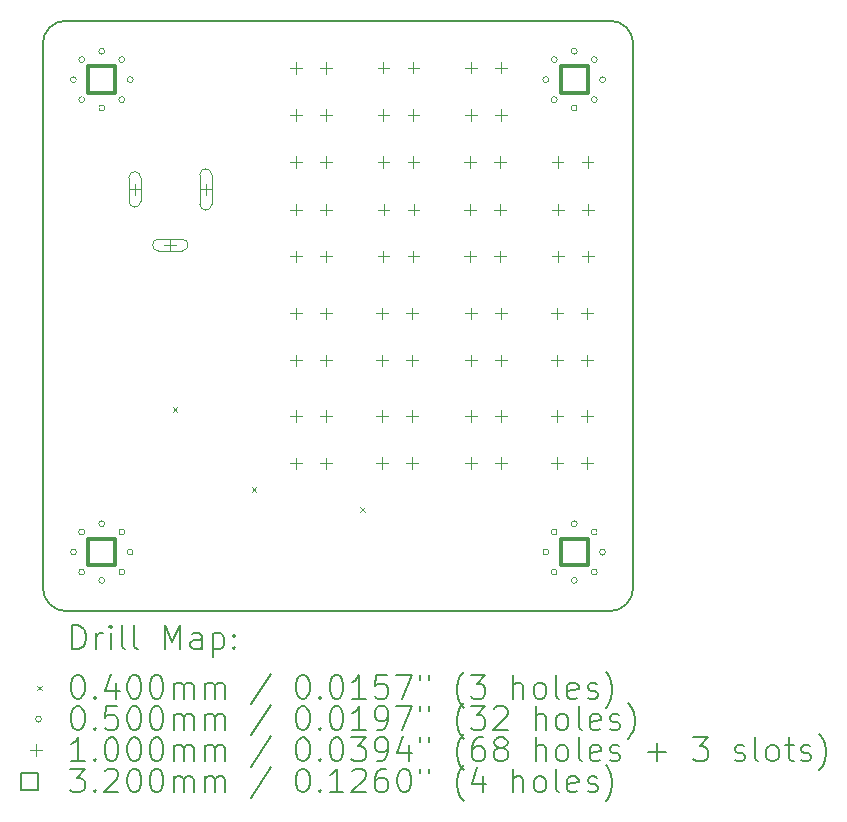
<source format=gbr>
%TF.GenerationSoftware,KiCad,Pcbnew,7.0.10-7.0.10~ubuntu22.04.1*%
%TF.CreationDate,2024-01-03T18:05:19-08:00*%
%TF.ProjectId,YamhillPowerDistribution,59616d68-696c-46c5-906f-776572446973,A*%
%TF.SameCoordinates,Original*%
%TF.FileFunction,Drillmap*%
%TF.FilePolarity,Positive*%
%FSLAX45Y45*%
G04 Gerber Fmt 4.5, Leading zero omitted, Abs format (unit mm)*
G04 Created by KiCad (PCBNEW 7.0.10-7.0.10~ubuntu22.04.1) date 2024-01-03 18:05:19*
%MOMM*%
%LPD*%
G01*
G04 APERTURE LIST*
%ADD10C,0.200000*%
%ADD11C,0.100000*%
%ADD12C,0.320000*%
G04 APERTURE END LIST*
D10*
X14800000Y-10000000D02*
X10200000Y-10000000D01*
X10000000Y-9800000D02*
G75*
G03*
X10200000Y-10000000I200000J0D01*
G01*
X15000000Y-5200000D02*
G75*
G03*
X14800000Y-5000000I-200000J0D01*
G01*
X10200000Y-5000000D02*
G75*
G03*
X10000000Y-5200000I0J-200000D01*
G01*
X10000000Y-9800000D02*
X10000000Y-5200000D01*
X10200000Y-5000000D02*
X14800000Y-5000000D01*
X14800000Y-10000000D02*
G75*
G03*
X15000000Y-9800000I0J200000D01*
G01*
X15000000Y-5200000D02*
X15000000Y-9800000D01*
D11*
X11100000Y-8270000D02*
X11140000Y-8310000D01*
X11140000Y-8270000D02*
X11100000Y-8310000D01*
X11770000Y-8950000D02*
X11810000Y-8990000D01*
X11810000Y-8950000D02*
X11770000Y-8990000D01*
X12690000Y-9120000D02*
X12730000Y-9160000D01*
X12730000Y-9120000D02*
X12690000Y-9160000D01*
X10285000Y-5500000D02*
G75*
G03*
X10235000Y-5500000I-25000J0D01*
G01*
X10235000Y-5500000D02*
G75*
G03*
X10285000Y-5500000I25000J0D01*
G01*
X10285000Y-9500000D02*
G75*
G03*
X10235000Y-9500000I-25000J0D01*
G01*
X10235000Y-9500000D02*
G75*
G03*
X10285000Y-9500000I25000J0D01*
G01*
X10355294Y-5330294D02*
G75*
G03*
X10305294Y-5330294I-25000J0D01*
G01*
X10305294Y-5330294D02*
G75*
G03*
X10355294Y-5330294I25000J0D01*
G01*
X10355294Y-5669706D02*
G75*
G03*
X10305294Y-5669706I-25000J0D01*
G01*
X10305294Y-5669706D02*
G75*
G03*
X10355294Y-5669706I25000J0D01*
G01*
X10355294Y-9330294D02*
G75*
G03*
X10305294Y-9330294I-25000J0D01*
G01*
X10305294Y-9330294D02*
G75*
G03*
X10355294Y-9330294I25000J0D01*
G01*
X10355294Y-9669706D02*
G75*
G03*
X10305294Y-9669706I-25000J0D01*
G01*
X10305294Y-9669706D02*
G75*
G03*
X10355294Y-9669706I25000J0D01*
G01*
X10525000Y-5260000D02*
G75*
G03*
X10475000Y-5260000I-25000J0D01*
G01*
X10475000Y-5260000D02*
G75*
G03*
X10525000Y-5260000I25000J0D01*
G01*
X10525000Y-5740000D02*
G75*
G03*
X10475000Y-5740000I-25000J0D01*
G01*
X10475000Y-5740000D02*
G75*
G03*
X10525000Y-5740000I25000J0D01*
G01*
X10525000Y-9260000D02*
G75*
G03*
X10475000Y-9260000I-25000J0D01*
G01*
X10475000Y-9260000D02*
G75*
G03*
X10525000Y-9260000I25000J0D01*
G01*
X10525000Y-9740000D02*
G75*
G03*
X10475000Y-9740000I-25000J0D01*
G01*
X10475000Y-9740000D02*
G75*
G03*
X10525000Y-9740000I25000J0D01*
G01*
X10694706Y-5330294D02*
G75*
G03*
X10644706Y-5330294I-25000J0D01*
G01*
X10644706Y-5330294D02*
G75*
G03*
X10694706Y-5330294I25000J0D01*
G01*
X10694706Y-5669706D02*
G75*
G03*
X10644706Y-5669706I-25000J0D01*
G01*
X10644706Y-5669706D02*
G75*
G03*
X10694706Y-5669706I25000J0D01*
G01*
X10694706Y-9330294D02*
G75*
G03*
X10644706Y-9330294I-25000J0D01*
G01*
X10644706Y-9330294D02*
G75*
G03*
X10694706Y-9330294I25000J0D01*
G01*
X10694706Y-9669706D02*
G75*
G03*
X10644706Y-9669706I-25000J0D01*
G01*
X10644706Y-9669706D02*
G75*
G03*
X10694706Y-9669706I25000J0D01*
G01*
X10765000Y-5500000D02*
G75*
G03*
X10715000Y-5500000I-25000J0D01*
G01*
X10715000Y-5500000D02*
G75*
G03*
X10765000Y-5500000I25000J0D01*
G01*
X10765000Y-9500000D02*
G75*
G03*
X10715000Y-9500000I-25000J0D01*
G01*
X10715000Y-9500000D02*
G75*
G03*
X10765000Y-9500000I25000J0D01*
G01*
X14285000Y-5500000D02*
G75*
G03*
X14235000Y-5500000I-25000J0D01*
G01*
X14235000Y-5500000D02*
G75*
G03*
X14285000Y-5500000I25000J0D01*
G01*
X14285000Y-9500000D02*
G75*
G03*
X14235000Y-9500000I-25000J0D01*
G01*
X14235000Y-9500000D02*
G75*
G03*
X14285000Y-9500000I25000J0D01*
G01*
X14355294Y-5330294D02*
G75*
G03*
X14305294Y-5330294I-25000J0D01*
G01*
X14305294Y-5330294D02*
G75*
G03*
X14355294Y-5330294I25000J0D01*
G01*
X14355294Y-5669706D02*
G75*
G03*
X14305294Y-5669706I-25000J0D01*
G01*
X14305294Y-5669706D02*
G75*
G03*
X14355294Y-5669706I25000J0D01*
G01*
X14355294Y-9330294D02*
G75*
G03*
X14305294Y-9330294I-25000J0D01*
G01*
X14305294Y-9330294D02*
G75*
G03*
X14355294Y-9330294I25000J0D01*
G01*
X14355294Y-9669706D02*
G75*
G03*
X14305294Y-9669706I-25000J0D01*
G01*
X14305294Y-9669706D02*
G75*
G03*
X14355294Y-9669706I25000J0D01*
G01*
X14525000Y-5260000D02*
G75*
G03*
X14475000Y-5260000I-25000J0D01*
G01*
X14475000Y-5260000D02*
G75*
G03*
X14525000Y-5260000I25000J0D01*
G01*
X14525000Y-5740000D02*
G75*
G03*
X14475000Y-5740000I-25000J0D01*
G01*
X14475000Y-5740000D02*
G75*
G03*
X14525000Y-5740000I25000J0D01*
G01*
X14525000Y-9260000D02*
G75*
G03*
X14475000Y-9260000I-25000J0D01*
G01*
X14475000Y-9260000D02*
G75*
G03*
X14525000Y-9260000I25000J0D01*
G01*
X14525000Y-9740000D02*
G75*
G03*
X14475000Y-9740000I-25000J0D01*
G01*
X14475000Y-9740000D02*
G75*
G03*
X14525000Y-9740000I25000J0D01*
G01*
X14694706Y-5330294D02*
G75*
G03*
X14644706Y-5330294I-25000J0D01*
G01*
X14644706Y-5330294D02*
G75*
G03*
X14694706Y-5330294I25000J0D01*
G01*
X14694706Y-5669706D02*
G75*
G03*
X14644706Y-5669706I-25000J0D01*
G01*
X14644706Y-5669706D02*
G75*
G03*
X14694706Y-5669706I25000J0D01*
G01*
X14694706Y-9330294D02*
G75*
G03*
X14644706Y-9330294I-25000J0D01*
G01*
X14644706Y-9330294D02*
G75*
G03*
X14694706Y-9330294I25000J0D01*
G01*
X14694706Y-9669706D02*
G75*
G03*
X14644706Y-9669706I-25000J0D01*
G01*
X14644706Y-9669706D02*
G75*
G03*
X14694706Y-9669706I25000J0D01*
G01*
X14765000Y-5500000D02*
G75*
G03*
X14715000Y-5500000I-25000J0D01*
G01*
X14715000Y-5500000D02*
G75*
G03*
X14765000Y-5500000I25000J0D01*
G01*
X14765000Y-9500000D02*
G75*
G03*
X14715000Y-9500000I-25000J0D01*
G01*
X14715000Y-9500000D02*
G75*
G03*
X14765000Y-9500000I25000J0D01*
G01*
X10780000Y-6380000D02*
X10780000Y-6480000D01*
X10730000Y-6430000D02*
X10830000Y-6430000D01*
X10730000Y-6330000D02*
X10730000Y-6530000D01*
X10730000Y-6530000D02*
G75*
G03*
X10830000Y-6530000I50000J0D01*
G01*
X10830000Y-6530000D02*
X10830000Y-6330000D01*
X10830000Y-6330000D02*
G75*
G03*
X10730000Y-6330000I-50000J0D01*
G01*
X11080000Y-6850000D02*
X11080000Y-6950000D01*
X11030000Y-6900000D02*
X11130000Y-6900000D01*
X11180000Y-6850000D02*
X10980000Y-6850000D01*
X10980000Y-6850000D02*
G75*
G03*
X10980000Y-6950000I0J-50000D01*
G01*
X10980000Y-6950000D02*
X11180000Y-6950000D01*
X11180000Y-6950000D02*
G75*
G03*
X11180000Y-6850000I0J50000D01*
G01*
X11380000Y-6380000D02*
X11380000Y-6480000D01*
X11330000Y-6430000D02*
X11430000Y-6430000D01*
X11330000Y-6305000D02*
X11330000Y-6555000D01*
X11330000Y-6555000D02*
G75*
G03*
X11430000Y-6555000I50000J0D01*
G01*
X11430000Y-6555000D02*
X11430000Y-6305000D01*
X11430000Y-6305000D02*
G75*
G03*
X11330000Y-6305000I-50000J0D01*
G01*
X12145000Y-6147500D02*
X12145000Y-6247500D01*
X12095000Y-6197500D02*
X12195000Y-6197500D01*
X12145000Y-6947500D02*
X12145000Y-7047500D01*
X12095000Y-6997500D02*
X12195000Y-6997500D01*
X12145000Y-7430000D02*
X12145000Y-7530000D01*
X12095000Y-7480000D02*
X12195000Y-7480000D01*
X12145000Y-7827500D02*
X12145000Y-7927500D01*
X12095000Y-7877500D02*
X12195000Y-7877500D01*
X12145000Y-8297500D02*
X12145000Y-8397500D01*
X12095000Y-8347500D02*
X12195000Y-8347500D01*
X12146000Y-5350000D02*
X12146000Y-5450000D01*
X12096000Y-5400000D02*
X12196000Y-5400000D01*
X12146000Y-5750000D02*
X12146000Y-5850000D01*
X12096000Y-5800000D02*
X12196000Y-5800000D01*
X12146000Y-6550000D02*
X12146000Y-6650000D01*
X12096000Y-6600000D02*
X12196000Y-6600000D01*
X12146000Y-8700000D02*
X12146000Y-8800000D01*
X12096000Y-8750000D02*
X12196000Y-8750000D01*
X12399000Y-6147500D02*
X12399000Y-6247500D01*
X12349000Y-6197500D02*
X12449000Y-6197500D01*
X12399000Y-6947500D02*
X12399000Y-7047500D01*
X12349000Y-6997500D02*
X12449000Y-6997500D01*
X12399000Y-7430000D02*
X12399000Y-7530000D01*
X12349000Y-7480000D02*
X12449000Y-7480000D01*
X12399000Y-7827500D02*
X12399000Y-7927500D01*
X12349000Y-7877500D02*
X12449000Y-7877500D01*
X12399000Y-8297500D02*
X12399000Y-8397500D01*
X12349000Y-8347500D02*
X12449000Y-8347500D01*
X12400000Y-5350000D02*
X12400000Y-5450000D01*
X12350000Y-5400000D02*
X12450000Y-5400000D01*
X12400000Y-5750000D02*
X12400000Y-5850000D01*
X12350000Y-5800000D02*
X12450000Y-5800000D01*
X12400000Y-6550000D02*
X12400000Y-6650000D01*
X12350000Y-6600000D02*
X12450000Y-6600000D01*
X12400000Y-8700000D02*
X12400000Y-8800000D01*
X12350000Y-8750000D02*
X12450000Y-8750000D01*
X12875000Y-7430000D02*
X12875000Y-7530000D01*
X12825000Y-7480000D02*
X12925000Y-7480000D01*
X12875000Y-7827500D02*
X12875000Y-7927500D01*
X12825000Y-7877500D02*
X12925000Y-7877500D01*
X12875000Y-8297500D02*
X12875000Y-8397500D01*
X12825000Y-8347500D02*
X12925000Y-8347500D01*
X12875000Y-8697500D02*
X12875000Y-8797500D01*
X12825000Y-8747500D02*
X12925000Y-8747500D01*
X12885000Y-5347500D02*
X12885000Y-5447500D01*
X12835000Y-5397500D02*
X12935000Y-5397500D01*
X12885000Y-5747500D02*
X12885000Y-5847500D01*
X12835000Y-5797500D02*
X12935000Y-5797500D01*
X12885000Y-6147500D02*
X12885000Y-6247500D01*
X12835000Y-6197500D02*
X12935000Y-6197500D01*
X12885000Y-6947500D02*
X12885000Y-7047500D01*
X12835000Y-6997500D02*
X12935000Y-6997500D01*
X12886000Y-6550000D02*
X12886000Y-6650000D01*
X12836000Y-6600000D02*
X12936000Y-6600000D01*
X13129000Y-7430000D02*
X13129000Y-7530000D01*
X13079000Y-7480000D02*
X13179000Y-7480000D01*
X13129000Y-7827500D02*
X13129000Y-7927500D01*
X13079000Y-7877500D02*
X13179000Y-7877500D01*
X13129000Y-8297500D02*
X13129000Y-8397500D01*
X13079000Y-8347500D02*
X13179000Y-8347500D01*
X13129000Y-8697500D02*
X13129000Y-8797500D01*
X13079000Y-8747500D02*
X13179000Y-8747500D01*
X13139000Y-5347500D02*
X13139000Y-5447500D01*
X13089000Y-5397500D02*
X13189000Y-5397500D01*
X13139000Y-5747500D02*
X13139000Y-5847500D01*
X13089000Y-5797500D02*
X13189000Y-5797500D01*
X13139000Y-6147500D02*
X13139000Y-6247500D01*
X13089000Y-6197500D02*
X13189000Y-6197500D01*
X13139000Y-6947500D02*
X13139000Y-7047500D01*
X13089000Y-6997500D02*
X13189000Y-6997500D01*
X13140000Y-6550000D02*
X13140000Y-6650000D01*
X13090000Y-6600000D02*
X13190000Y-6600000D01*
X13615000Y-6550000D02*
X13615000Y-6650000D01*
X13565000Y-6600000D02*
X13665000Y-6600000D01*
X13615000Y-6947500D02*
X13615000Y-7047500D01*
X13565000Y-6997500D02*
X13665000Y-6997500D01*
X13620000Y-6150000D02*
X13620000Y-6250000D01*
X13570000Y-6200000D02*
X13670000Y-6200000D01*
X13625000Y-5347500D02*
X13625000Y-5447500D01*
X13575000Y-5397500D02*
X13675000Y-5397500D01*
X13625000Y-5747500D02*
X13625000Y-5847500D01*
X13575000Y-5797500D02*
X13675000Y-5797500D01*
X13625000Y-7430000D02*
X13625000Y-7530000D01*
X13575000Y-7480000D02*
X13675000Y-7480000D01*
X13625000Y-7827500D02*
X13625000Y-7927500D01*
X13575000Y-7877500D02*
X13675000Y-7877500D01*
X13625000Y-8297500D02*
X13625000Y-8397500D01*
X13575000Y-8347500D02*
X13675000Y-8347500D01*
X13625000Y-8697500D02*
X13625000Y-8797500D01*
X13575000Y-8747500D02*
X13675000Y-8747500D01*
X13869000Y-6550000D02*
X13869000Y-6650000D01*
X13819000Y-6600000D02*
X13919000Y-6600000D01*
X13869000Y-6947500D02*
X13869000Y-7047500D01*
X13819000Y-6997500D02*
X13919000Y-6997500D01*
X13874000Y-6150000D02*
X13874000Y-6250000D01*
X13824000Y-6200000D02*
X13924000Y-6200000D01*
X13879000Y-5347500D02*
X13879000Y-5447500D01*
X13829000Y-5397500D02*
X13929000Y-5397500D01*
X13879000Y-5747500D02*
X13879000Y-5847500D01*
X13829000Y-5797500D02*
X13929000Y-5797500D01*
X13879000Y-7430000D02*
X13879000Y-7530000D01*
X13829000Y-7480000D02*
X13929000Y-7480000D01*
X13879000Y-7827500D02*
X13879000Y-7927500D01*
X13829000Y-7877500D02*
X13929000Y-7877500D01*
X13879000Y-8297500D02*
X13879000Y-8397500D01*
X13829000Y-8347500D02*
X13929000Y-8347500D01*
X13879000Y-8697500D02*
X13879000Y-8797500D01*
X13829000Y-8747500D02*
X13929000Y-8747500D01*
X14355000Y-7430000D02*
X14355000Y-7530000D01*
X14305000Y-7480000D02*
X14405000Y-7480000D01*
X14355000Y-7827500D02*
X14355000Y-7927500D01*
X14305000Y-7877500D02*
X14405000Y-7877500D01*
X14355000Y-8297500D02*
X14355000Y-8397500D01*
X14305000Y-8347500D02*
X14405000Y-8347500D01*
X14355000Y-8697500D02*
X14355000Y-8797500D01*
X14305000Y-8747500D02*
X14405000Y-8747500D01*
X14359000Y-6147500D02*
X14359000Y-6247500D01*
X14309000Y-6197500D02*
X14409000Y-6197500D01*
X14360000Y-6550000D02*
X14360000Y-6650000D01*
X14310000Y-6600000D02*
X14410000Y-6600000D01*
X14365000Y-6947500D02*
X14365000Y-7047500D01*
X14315000Y-6997500D02*
X14415000Y-6997500D01*
X14609000Y-7430000D02*
X14609000Y-7530000D01*
X14559000Y-7480000D02*
X14659000Y-7480000D01*
X14609000Y-7827500D02*
X14609000Y-7927500D01*
X14559000Y-7877500D02*
X14659000Y-7877500D01*
X14609000Y-8297500D02*
X14609000Y-8397500D01*
X14559000Y-8347500D02*
X14659000Y-8347500D01*
X14609000Y-8697500D02*
X14609000Y-8797500D01*
X14559000Y-8747500D02*
X14659000Y-8747500D01*
X14613000Y-6147500D02*
X14613000Y-6247500D01*
X14563000Y-6197500D02*
X14663000Y-6197500D01*
X14614000Y-6550000D02*
X14614000Y-6650000D01*
X14564000Y-6600000D02*
X14664000Y-6600000D01*
X14619000Y-6947500D02*
X14619000Y-7047500D01*
X14569000Y-6997500D02*
X14669000Y-6997500D01*
D12*
X10613138Y-5613138D02*
X10613138Y-5386862D01*
X10386862Y-5386862D01*
X10386862Y-5613138D01*
X10613138Y-5613138D01*
X10613138Y-9613138D02*
X10613138Y-9386862D01*
X10386862Y-9386862D01*
X10386862Y-9613138D01*
X10613138Y-9613138D01*
X14613138Y-5613138D02*
X14613138Y-5386862D01*
X14386862Y-5386862D01*
X14386862Y-5613138D01*
X14613138Y-5613138D01*
X14613138Y-9613138D02*
X14613138Y-9386862D01*
X14386862Y-9386862D01*
X14386862Y-9613138D01*
X14613138Y-9613138D01*
D10*
X10250777Y-10321484D02*
X10250777Y-10121484D01*
X10250777Y-10121484D02*
X10298396Y-10121484D01*
X10298396Y-10121484D02*
X10326967Y-10131008D01*
X10326967Y-10131008D02*
X10346015Y-10150055D01*
X10346015Y-10150055D02*
X10355539Y-10169103D01*
X10355539Y-10169103D02*
X10365063Y-10207198D01*
X10365063Y-10207198D02*
X10365063Y-10235770D01*
X10365063Y-10235770D02*
X10355539Y-10273865D01*
X10355539Y-10273865D02*
X10346015Y-10292912D01*
X10346015Y-10292912D02*
X10326967Y-10311960D01*
X10326967Y-10311960D02*
X10298396Y-10321484D01*
X10298396Y-10321484D02*
X10250777Y-10321484D01*
X10450777Y-10321484D02*
X10450777Y-10188150D01*
X10450777Y-10226246D02*
X10460301Y-10207198D01*
X10460301Y-10207198D02*
X10469824Y-10197674D01*
X10469824Y-10197674D02*
X10488872Y-10188150D01*
X10488872Y-10188150D02*
X10507920Y-10188150D01*
X10574586Y-10321484D02*
X10574586Y-10188150D01*
X10574586Y-10121484D02*
X10565063Y-10131008D01*
X10565063Y-10131008D02*
X10574586Y-10140531D01*
X10574586Y-10140531D02*
X10584110Y-10131008D01*
X10584110Y-10131008D02*
X10574586Y-10121484D01*
X10574586Y-10121484D02*
X10574586Y-10140531D01*
X10698396Y-10321484D02*
X10679348Y-10311960D01*
X10679348Y-10311960D02*
X10669824Y-10292912D01*
X10669824Y-10292912D02*
X10669824Y-10121484D01*
X10803158Y-10321484D02*
X10784110Y-10311960D01*
X10784110Y-10311960D02*
X10774586Y-10292912D01*
X10774586Y-10292912D02*
X10774586Y-10121484D01*
X11031729Y-10321484D02*
X11031729Y-10121484D01*
X11031729Y-10121484D02*
X11098396Y-10264341D01*
X11098396Y-10264341D02*
X11165063Y-10121484D01*
X11165063Y-10121484D02*
X11165063Y-10321484D01*
X11346015Y-10321484D02*
X11346015Y-10216722D01*
X11346015Y-10216722D02*
X11336491Y-10197674D01*
X11336491Y-10197674D02*
X11317443Y-10188150D01*
X11317443Y-10188150D02*
X11279348Y-10188150D01*
X11279348Y-10188150D02*
X11260301Y-10197674D01*
X11346015Y-10311960D02*
X11326967Y-10321484D01*
X11326967Y-10321484D02*
X11279348Y-10321484D01*
X11279348Y-10321484D02*
X11260301Y-10311960D01*
X11260301Y-10311960D02*
X11250777Y-10292912D01*
X11250777Y-10292912D02*
X11250777Y-10273865D01*
X11250777Y-10273865D02*
X11260301Y-10254817D01*
X11260301Y-10254817D02*
X11279348Y-10245293D01*
X11279348Y-10245293D02*
X11326967Y-10245293D01*
X11326967Y-10245293D02*
X11346015Y-10235770D01*
X11441253Y-10188150D02*
X11441253Y-10388150D01*
X11441253Y-10197674D02*
X11460301Y-10188150D01*
X11460301Y-10188150D02*
X11498396Y-10188150D01*
X11498396Y-10188150D02*
X11517443Y-10197674D01*
X11517443Y-10197674D02*
X11526967Y-10207198D01*
X11526967Y-10207198D02*
X11536491Y-10226246D01*
X11536491Y-10226246D02*
X11536491Y-10283389D01*
X11536491Y-10283389D02*
X11526967Y-10302436D01*
X11526967Y-10302436D02*
X11517443Y-10311960D01*
X11517443Y-10311960D02*
X11498396Y-10321484D01*
X11498396Y-10321484D02*
X11460301Y-10321484D01*
X11460301Y-10321484D02*
X11441253Y-10311960D01*
X11622205Y-10302436D02*
X11631729Y-10311960D01*
X11631729Y-10311960D02*
X11622205Y-10321484D01*
X11622205Y-10321484D02*
X11612682Y-10311960D01*
X11612682Y-10311960D02*
X11622205Y-10302436D01*
X11622205Y-10302436D02*
X11622205Y-10321484D01*
X11622205Y-10197674D02*
X11631729Y-10207198D01*
X11631729Y-10207198D02*
X11622205Y-10216722D01*
X11622205Y-10216722D02*
X11612682Y-10207198D01*
X11612682Y-10207198D02*
X11622205Y-10197674D01*
X11622205Y-10197674D02*
X11622205Y-10216722D01*
D11*
X9950000Y-10630000D02*
X9990000Y-10670000D01*
X9990000Y-10630000D02*
X9950000Y-10670000D01*
D10*
X10288872Y-10541484D02*
X10307920Y-10541484D01*
X10307920Y-10541484D02*
X10326967Y-10551008D01*
X10326967Y-10551008D02*
X10336491Y-10560531D01*
X10336491Y-10560531D02*
X10346015Y-10579579D01*
X10346015Y-10579579D02*
X10355539Y-10617674D01*
X10355539Y-10617674D02*
X10355539Y-10665293D01*
X10355539Y-10665293D02*
X10346015Y-10703389D01*
X10346015Y-10703389D02*
X10336491Y-10722436D01*
X10336491Y-10722436D02*
X10326967Y-10731960D01*
X10326967Y-10731960D02*
X10307920Y-10741484D01*
X10307920Y-10741484D02*
X10288872Y-10741484D01*
X10288872Y-10741484D02*
X10269824Y-10731960D01*
X10269824Y-10731960D02*
X10260301Y-10722436D01*
X10260301Y-10722436D02*
X10250777Y-10703389D01*
X10250777Y-10703389D02*
X10241253Y-10665293D01*
X10241253Y-10665293D02*
X10241253Y-10617674D01*
X10241253Y-10617674D02*
X10250777Y-10579579D01*
X10250777Y-10579579D02*
X10260301Y-10560531D01*
X10260301Y-10560531D02*
X10269824Y-10551008D01*
X10269824Y-10551008D02*
X10288872Y-10541484D01*
X10441253Y-10722436D02*
X10450777Y-10731960D01*
X10450777Y-10731960D02*
X10441253Y-10741484D01*
X10441253Y-10741484D02*
X10431729Y-10731960D01*
X10431729Y-10731960D02*
X10441253Y-10722436D01*
X10441253Y-10722436D02*
X10441253Y-10741484D01*
X10622205Y-10608150D02*
X10622205Y-10741484D01*
X10574586Y-10531960D02*
X10526967Y-10674817D01*
X10526967Y-10674817D02*
X10650777Y-10674817D01*
X10765063Y-10541484D02*
X10784110Y-10541484D01*
X10784110Y-10541484D02*
X10803158Y-10551008D01*
X10803158Y-10551008D02*
X10812682Y-10560531D01*
X10812682Y-10560531D02*
X10822205Y-10579579D01*
X10822205Y-10579579D02*
X10831729Y-10617674D01*
X10831729Y-10617674D02*
X10831729Y-10665293D01*
X10831729Y-10665293D02*
X10822205Y-10703389D01*
X10822205Y-10703389D02*
X10812682Y-10722436D01*
X10812682Y-10722436D02*
X10803158Y-10731960D01*
X10803158Y-10731960D02*
X10784110Y-10741484D01*
X10784110Y-10741484D02*
X10765063Y-10741484D01*
X10765063Y-10741484D02*
X10746015Y-10731960D01*
X10746015Y-10731960D02*
X10736491Y-10722436D01*
X10736491Y-10722436D02*
X10726967Y-10703389D01*
X10726967Y-10703389D02*
X10717444Y-10665293D01*
X10717444Y-10665293D02*
X10717444Y-10617674D01*
X10717444Y-10617674D02*
X10726967Y-10579579D01*
X10726967Y-10579579D02*
X10736491Y-10560531D01*
X10736491Y-10560531D02*
X10746015Y-10551008D01*
X10746015Y-10551008D02*
X10765063Y-10541484D01*
X10955539Y-10541484D02*
X10974586Y-10541484D01*
X10974586Y-10541484D02*
X10993634Y-10551008D01*
X10993634Y-10551008D02*
X11003158Y-10560531D01*
X11003158Y-10560531D02*
X11012682Y-10579579D01*
X11012682Y-10579579D02*
X11022205Y-10617674D01*
X11022205Y-10617674D02*
X11022205Y-10665293D01*
X11022205Y-10665293D02*
X11012682Y-10703389D01*
X11012682Y-10703389D02*
X11003158Y-10722436D01*
X11003158Y-10722436D02*
X10993634Y-10731960D01*
X10993634Y-10731960D02*
X10974586Y-10741484D01*
X10974586Y-10741484D02*
X10955539Y-10741484D01*
X10955539Y-10741484D02*
X10936491Y-10731960D01*
X10936491Y-10731960D02*
X10926967Y-10722436D01*
X10926967Y-10722436D02*
X10917444Y-10703389D01*
X10917444Y-10703389D02*
X10907920Y-10665293D01*
X10907920Y-10665293D02*
X10907920Y-10617674D01*
X10907920Y-10617674D02*
X10917444Y-10579579D01*
X10917444Y-10579579D02*
X10926967Y-10560531D01*
X10926967Y-10560531D02*
X10936491Y-10551008D01*
X10936491Y-10551008D02*
X10955539Y-10541484D01*
X11107920Y-10741484D02*
X11107920Y-10608150D01*
X11107920Y-10627198D02*
X11117444Y-10617674D01*
X11117444Y-10617674D02*
X11136491Y-10608150D01*
X11136491Y-10608150D02*
X11165063Y-10608150D01*
X11165063Y-10608150D02*
X11184110Y-10617674D01*
X11184110Y-10617674D02*
X11193634Y-10636722D01*
X11193634Y-10636722D02*
X11193634Y-10741484D01*
X11193634Y-10636722D02*
X11203158Y-10617674D01*
X11203158Y-10617674D02*
X11222205Y-10608150D01*
X11222205Y-10608150D02*
X11250777Y-10608150D01*
X11250777Y-10608150D02*
X11269824Y-10617674D01*
X11269824Y-10617674D02*
X11279348Y-10636722D01*
X11279348Y-10636722D02*
X11279348Y-10741484D01*
X11374586Y-10741484D02*
X11374586Y-10608150D01*
X11374586Y-10627198D02*
X11384110Y-10617674D01*
X11384110Y-10617674D02*
X11403158Y-10608150D01*
X11403158Y-10608150D02*
X11431729Y-10608150D01*
X11431729Y-10608150D02*
X11450777Y-10617674D01*
X11450777Y-10617674D02*
X11460301Y-10636722D01*
X11460301Y-10636722D02*
X11460301Y-10741484D01*
X11460301Y-10636722D02*
X11469824Y-10617674D01*
X11469824Y-10617674D02*
X11488872Y-10608150D01*
X11488872Y-10608150D02*
X11517443Y-10608150D01*
X11517443Y-10608150D02*
X11536491Y-10617674D01*
X11536491Y-10617674D02*
X11546015Y-10636722D01*
X11546015Y-10636722D02*
X11546015Y-10741484D01*
X11936491Y-10531960D02*
X11765063Y-10789103D01*
X12193634Y-10541484D02*
X12212682Y-10541484D01*
X12212682Y-10541484D02*
X12231729Y-10551008D01*
X12231729Y-10551008D02*
X12241253Y-10560531D01*
X12241253Y-10560531D02*
X12250777Y-10579579D01*
X12250777Y-10579579D02*
X12260301Y-10617674D01*
X12260301Y-10617674D02*
X12260301Y-10665293D01*
X12260301Y-10665293D02*
X12250777Y-10703389D01*
X12250777Y-10703389D02*
X12241253Y-10722436D01*
X12241253Y-10722436D02*
X12231729Y-10731960D01*
X12231729Y-10731960D02*
X12212682Y-10741484D01*
X12212682Y-10741484D02*
X12193634Y-10741484D01*
X12193634Y-10741484D02*
X12174586Y-10731960D01*
X12174586Y-10731960D02*
X12165063Y-10722436D01*
X12165063Y-10722436D02*
X12155539Y-10703389D01*
X12155539Y-10703389D02*
X12146015Y-10665293D01*
X12146015Y-10665293D02*
X12146015Y-10617674D01*
X12146015Y-10617674D02*
X12155539Y-10579579D01*
X12155539Y-10579579D02*
X12165063Y-10560531D01*
X12165063Y-10560531D02*
X12174586Y-10551008D01*
X12174586Y-10551008D02*
X12193634Y-10541484D01*
X12346015Y-10722436D02*
X12355539Y-10731960D01*
X12355539Y-10731960D02*
X12346015Y-10741484D01*
X12346015Y-10741484D02*
X12336491Y-10731960D01*
X12336491Y-10731960D02*
X12346015Y-10722436D01*
X12346015Y-10722436D02*
X12346015Y-10741484D01*
X12479348Y-10541484D02*
X12498396Y-10541484D01*
X12498396Y-10541484D02*
X12517444Y-10551008D01*
X12517444Y-10551008D02*
X12526967Y-10560531D01*
X12526967Y-10560531D02*
X12536491Y-10579579D01*
X12536491Y-10579579D02*
X12546015Y-10617674D01*
X12546015Y-10617674D02*
X12546015Y-10665293D01*
X12546015Y-10665293D02*
X12536491Y-10703389D01*
X12536491Y-10703389D02*
X12526967Y-10722436D01*
X12526967Y-10722436D02*
X12517444Y-10731960D01*
X12517444Y-10731960D02*
X12498396Y-10741484D01*
X12498396Y-10741484D02*
X12479348Y-10741484D01*
X12479348Y-10741484D02*
X12460301Y-10731960D01*
X12460301Y-10731960D02*
X12450777Y-10722436D01*
X12450777Y-10722436D02*
X12441253Y-10703389D01*
X12441253Y-10703389D02*
X12431729Y-10665293D01*
X12431729Y-10665293D02*
X12431729Y-10617674D01*
X12431729Y-10617674D02*
X12441253Y-10579579D01*
X12441253Y-10579579D02*
X12450777Y-10560531D01*
X12450777Y-10560531D02*
X12460301Y-10551008D01*
X12460301Y-10551008D02*
X12479348Y-10541484D01*
X12736491Y-10741484D02*
X12622206Y-10741484D01*
X12679348Y-10741484D02*
X12679348Y-10541484D01*
X12679348Y-10541484D02*
X12660301Y-10570055D01*
X12660301Y-10570055D02*
X12641253Y-10589103D01*
X12641253Y-10589103D02*
X12622206Y-10598627D01*
X12917444Y-10541484D02*
X12822206Y-10541484D01*
X12822206Y-10541484D02*
X12812682Y-10636722D01*
X12812682Y-10636722D02*
X12822206Y-10627198D01*
X12822206Y-10627198D02*
X12841253Y-10617674D01*
X12841253Y-10617674D02*
X12888872Y-10617674D01*
X12888872Y-10617674D02*
X12907920Y-10627198D01*
X12907920Y-10627198D02*
X12917444Y-10636722D01*
X12917444Y-10636722D02*
X12926967Y-10655770D01*
X12926967Y-10655770D02*
X12926967Y-10703389D01*
X12926967Y-10703389D02*
X12917444Y-10722436D01*
X12917444Y-10722436D02*
X12907920Y-10731960D01*
X12907920Y-10731960D02*
X12888872Y-10741484D01*
X12888872Y-10741484D02*
X12841253Y-10741484D01*
X12841253Y-10741484D02*
X12822206Y-10731960D01*
X12822206Y-10731960D02*
X12812682Y-10722436D01*
X12993634Y-10541484D02*
X13126967Y-10541484D01*
X13126967Y-10541484D02*
X13041253Y-10741484D01*
X13193634Y-10541484D02*
X13193634Y-10579579D01*
X13269825Y-10541484D02*
X13269825Y-10579579D01*
X13565063Y-10817674D02*
X13555539Y-10808150D01*
X13555539Y-10808150D02*
X13536491Y-10779579D01*
X13536491Y-10779579D02*
X13526968Y-10760531D01*
X13526968Y-10760531D02*
X13517444Y-10731960D01*
X13517444Y-10731960D02*
X13507920Y-10684341D01*
X13507920Y-10684341D02*
X13507920Y-10646246D01*
X13507920Y-10646246D02*
X13517444Y-10598627D01*
X13517444Y-10598627D02*
X13526968Y-10570055D01*
X13526968Y-10570055D02*
X13536491Y-10551008D01*
X13536491Y-10551008D02*
X13555539Y-10522436D01*
X13555539Y-10522436D02*
X13565063Y-10512912D01*
X13622206Y-10541484D02*
X13746015Y-10541484D01*
X13746015Y-10541484D02*
X13679348Y-10617674D01*
X13679348Y-10617674D02*
X13707920Y-10617674D01*
X13707920Y-10617674D02*
X13726968Y-10627198D01*
X13726968Y-10627198D02*
X13736491Y-10636722D01*
X13736491Y-10636722D02*
X13746015Y-10655770D01*
X13746015Y-10655770D02*
X13746015Y-10703389D01*
X13746015Y-10703389D02*
X13736491Y-10722436D01*
X13736491Y-10722436D02*
X13726968Y-10731960D01*
X13726968Y-10731960D02*
X13707920Y-10741484D01*
X13707920Y-10741484D02*
X13650777Y-10741484D01*
X13650777Y-10741484D02*
X13631729Y-10731960D01*
X13631729Y-10731960D02*
X13622206Y-10722436D01*
X13984110Y-10741484D02*
X13984110Y-10541484D01*
X14069825Y-10741484D02*
X14069825Y-10636722D01*
X14069825Y-10636722D02*
X14060301Y-10617674D01*
X14060301Y-10617674D02*
X14041253Y-10608150D01*
X14041253Y-10608150D02*
X14012682Y-10608150D01*
X14012682Y-10608150D02*
X13993634Y-10617674D01*
X13993634Y-10617674D02*
X13984110Y-10627198D01*
X14193634Y-10741484D02*
X14174587Y-10731960D01*
X14174587Y-10731960D02*
X14165063Y-10722436D01*
X14165063Y-10722436D02*
X14155539Y-10703389D01*
X14155539Y-10703389D02*
X14155539Y-10646246D01*
X14155539Y-10646246D02*
X14165063Y-10627198D01*
X14165063Y-10627198D02*
X14174587Y-10617674D01*
X14174587Y-10617674D02*
X14193634Y-10608150D01*
X14193634Y-10608150D02*
X14222206Y-10608150D01*
X14222206Y-10608150D02*
X14241253Y-10617674D01*
X14241253Y-10617674D02*
X14250777Y-10627198D01*
X14250777Y-10627198D02*
X14260301Y-10646246D01*
X14260301Y-10646246D02*
X14260301Y-10703389D01*
X14260301Y-10703389D02*
X14250777Y-10722436D01*
X14250777Y-10722436D02*
X14241253Y-10731960D01*
X14241253Y-10731960D02*
X14222206Y-10741484D01*
X14222206Y-10741484D02*
X14193634Y-10741484D01*
X14374587Y-10741484D02*
X14355539Y-10731960D01*
X14355539Y-10731960D02*
X14346015Y-10712912D01*
X14346015Y-10712912D02*
X14346015Y-10541484D01*
X14526968Y-10731960D02*
X14507920Y-10741484D01*
X14507920Y-10741484D02*
X14469825Y-10741484D01*
X14469825Y-10741484D02*
X14450777Y-10731960D01*
X14450777Y-10731960D02*
X14441253Y-10712912D01*
X14441253Y-10712912D02*
X14441253Y-10636722D01*
X14441253Y-10636722D02*
X14450777Y-10617674D01*
X14450777Y-10617674D02*
X14469825Y-10608150D01*
X14469825Y-10608150D02*
X14507920Y-10608150D01*
X14507920Y-10608150D02*
X14526968Y-10617674D01*
X14526968Y-10617674D02*
X14536491Y-10636722D01*
X14536491Y-10636722D02*
X14536491Y-10655770D01*
X14536491Y-10655770D02*
X14441253Y-10674817D01*
X14612682Y-10731960D02*
X14631730Y-10741484D01*
X14631730Y-10741484D02*
X14669825Y-10741484D01*
X14669825Y-10741484D02*
X14688872Y-10731960D01*
X14688872Y-10731960D02*
X14698396Y-10712912D01*
X14698396Y-10712912D02*
X14698396Y-10703389D01*
X14698396Y-10703389D02*
X14688872Y-10684341D01*
X14688872Y-10684341D02*
X14669825Y-10674817D01*
X14669825Y-10674817D02*
X14641253Y-10674817D01*
X14641253Y-10674817D02*
X14622206Y-10665293D01*
X14622206Y-10665293D02*
X14612682Y-10646246D01*
X14612682Y-10646246D02*
X14612682Y-10636722D01*
X14612682Y-10636722D02*
X14622206Y-10617674D01*
X14622206Y-10617674D02*
X14641253Y-10608150D01*
X14641253Y-10608150D02*
X14669825Y-10608150D01*
X14669825Y-10608150D02*
X14688872Y-10617674D01*
X14765063Y-10817674D02*
X14774587Y-10808150D01*
X14774587Y-10808150D02*
X14793634Y-10779579D01*
X14793634Y-10779579D02*
X14803158Y-10760531D01*
X14803158Y-10760531D02*
X14812682Y-10731960D01*
X14812682Y-10731960D02*
X14822206Y-10684341D01*
X14822206Y-10684341D02*
X14822206Y-10646246D01*
X14822206Y-10646246D02*
X14812682Y-10598627D01*
X14812682Y-10598627D02*
X14803158Y-10570055D01*
X14803158Y-10570055D02*
X14793634Y-10551008D01*
X14793634Y-10551008D02*
X14774587Y-10522436D01*
X14774587Y-10522436D02*
X14765063Y-10512912D01*
D11*
X9990000Y-10914000D02*
G75*
G03*
X9940000Y-10914000I-25000J0D01*
G01*
X9940000Y-10914000D02*
G75*
G03*
X9990000Y-10914000I25000J0D01*
G01*
D10*
X10288872Y-10805484D02*
X10307920Y-10805484D01*
X10307920Y-10805484D02*
X10326967Y-10815008D01*
X10326967Y-10815008D02*
X10336491Y-10824531D01*
X10336491Y-10824531D02*
X10346015Y-10843579D01*
X10346015Y-10843579D02*
X10355539Y-10881674D01*
X10355539Y-10881674D02*
X10355539Y-10929293D01*
X10355539Y-10929293D02*
X10346015Y-10967389D01*
X10346015Y-10967389D02*
X10336491Y-10986436D01*
X10336491Y-10986436D02*
X10326967Y-10995960D01*
X10326967Y-10995960D02*
X10307920Y-11005484D01*
X10307920Y-11005484D02*
X10288872Y-11005484D01*
X10288872Y-11005484D02*
X10269824Y-10995960D01*
X10269824Y-10995960D02*
X10260301Y-10986436D01*
X10260301Y-10986436D02*
X10250777Y-10967389D01*
X10250777Y-10967389D02*
X10241253Y-10929293D01*
X10241253Y-10929293D02*
X10241253Y-10881674D01*
X10241253Y-10881674D02*
X10250777Y-10843579D01*
X10250777Y-10843579D02*
X10260301Y-10824531D01*
X10260301Y-10824531D02*
X10269824Y-10815008D01*
X10269824Y-10815008D02*
X10288872Y-10805484D01*
X10441253Y-10986436D02*
X10450777Y-10995960D01*
X10450777Y-10995960D02*
X10441253Y-11005484D01*
X10441253Y-11005484D02*
X10431729Y-10995960D01*
X10431729Y-10995960D02*
X10441253Y-10986436D01*
X10441253Y-10986436D02*
X10441253Y-11005484D01*
X10631729Y-10805484D02*
X10536491Y-10805484D01*
X10536491Y-10805484D02*
X10526967Y-10900722D01*
X10526967Y-10900722D02*
X10536491Y-10891198D01*
X10536491Y-10891198D02*
X10555539Y-10881674D01*
X10555539Y-10881674D02*
X10603158Y-10881674D01*
X10603158Y-10881674D02*
X10622205Y-10891198D01*
X10622205Y-10891198D02*
X10631729Y-10900722D01*
X10631729Y-10900722D02*
X10641253Y-10919770D01*
X10641253Y-10919770D02*
X10641253Y-10967389D01*
X10641253Y-10967389D02*
X10631729Y-10986436D01*
X10631729Y-10986436D02*
X10622205Y-10995960D01*
X10622205Y-10995960D02*
X10603158Y-11005484D01*
X10603158Y-11005484D02*
X10555539Y-11005484D01*
X10555539Y-11005484D02*
X10536491Y-10995960D01*
X10536491Y-10995960D02*
X10526967Y-10986436D01*
X10765063Y-10805484D02*
X10784110Y-10805484D01*
X10784110Y-10805484D02*
X10803158Y-10815008D01*
X10803158Y-10815008D02*
X10812682Y-10824531D01*
X10812682Y-10824531D02*
X10822205Y-10843579D01*
X10822205Y-10843579D02*
X10831729Y-10881674D01*
X10831729Y-10881674D02*
X10831729Y-10929293D01*
X10831729Y-10929293D02*
X10822205Y-10967389D01*
X10822205Y-10967389D02*
X10812682Y-10986436D01*
X10812682Y-10986436D02*
X10803158Y-10995960D01*
X10803158Y-10995960D02*
X10784110Y-11005484D01*
X10784110Y-11005484D02*
X10765063Y-11005484D01*
X10765063Y-11005484D02*
X10746015Y-10995960D01*
X10746015Y-10995960D02*
X10736491Y-10986436D01*
X10736491Y-10986436D02*
X10726967Y-10967389D01*
X10726967Y-10967389D02*
X10717444Y-10929293D01*
X10717444Y-10929293D02*
X10717444Y-10881674D01*
X10717444Y-10881674D02*
X10726967Y-10843579D01*
X10726967Y-10843579D02*
X10736491Y-10824531D01*
X10736491Y-10824531D02*
X10746015Y-10815008D01*
X10746015Y-10815008D02*
X10765063Y-10805484D01*
X10955539Y-10805484D02*
X10974586Y-10805484D01*
X10974586Y-10805484D02*
X10993634Y-10815008D01*
X10993634Y-10815008D02*
X11003158Y-10824531D01*
X11003158Y-10824531D02*
X11012682Y-10843579D01*
X11012682Y-10843579D02*
X11022205Y-10881674D01*
X11022205Y-10881674D02*
X11022205Y-10929293D01*
X11022205Y-10929293D02*
X11012682Y-10967389D01*
X11012682Y-10967389D02*
X11003158Y-10986436D01*
X11003158Y-10986436D02*
X10993634Y-10995960D01*
X10993634Y-10995960D02*
X10974586Y-11005484D01*
X10974586Y-11005484D02*
X10955539Y-11005484D01*
X10955539Y-11005484D02*
X10936491Y-10995960D01*
X10936491Y-10995960D02*
X10926967Y-10986436D01*
X10926967Y-10986436D02*
X10917444Y-10967389D01*
X10917444Y-10967389D02*
X10907920Y-10929293D01*
X10907920Y-10929293D02*
X10907920Y-10881674D01*
X10907920Y-10881674D02*
X10917444Y-10843579D01*
X10917444Y-10843579D02*
X10926967Y-10824531D01*
X10926967Y-10824531D02*
X10936491Y-10815008D01*
X10936491Y-10815008D02*
X10955539Y-10805484D01*
X11107920Y-11005484D02*
X11107920Y-10872150D01*
X11107920Y-10891198D02*
X11117444Y-10881674D01*
X11117444Y-10881674D02*
X11136491Y-10872150D01*
X11136491Y-10872150D02*
X11165063Y-10872150D01*
X11165063Y-10872150D02*
X11184110Y-10881674D01*
X11184110Y-10881674D02*
X11193634Y-10900722D01*
X11193634Y-10900722D02*
X11193634Y-11005484D01*
X11193634Y-10900722D02*
X11203158Y-10881674D01*
X11203158Y-10881674D02*
X11222205Y-10872150D01*
X11222205Y-10872150D02*
X11250777Y-10872150D01*
X11250777Y-10872150D02*
X11269824Y-10881674D01*
X11269824Y-10881674D02*
X11279348Y-10900722D01*
X11279348Y-10900722D02*
X11279348Y-11005484D01*
X11374586Y-11005484D02*
X11374586Y-10872150D01*
X11374586Y-10891198D02*
X11384110Y-10881674D01*
X11384110Y-10881674D02*
X11403158Y-10872150D01*
X11403158Y-10872150D02*
X11431729Y-10872150D01*
X11431729Y-10872150D02*
X11450777Y-10881674D01*
X11450777Y-10881674D02*
X11460301Y-10900722D01*
X11460301Y-10900722D02*
X11460301Y-11005484D01*
X11460301Y-10900722D02*
X11469824Y-10881674D01*
X11469824Y-10881674D02*
X11488872Y-10872150D01*
X11488872Y-10872150D02*
X11517443Y-10872150D01*
X11517443Y-10872150D02*
X11536491Y-10881674D01*
X11536491Y-10881674D02*
X11546015Y-10900722D01*
X11546015Y-10900722D02*
X11546015Y-11005484D01*
X11936491Y-10795960D02*
X11765063Y-11053103D01*
X12193634Y-10805484D02*
X12212682Y-10805484D01*
X12212682Y-10805484D02*
X12231729Y-10815008D01*
X12231729Y-10815008D02*
X12241253Y-10824531D01*
X12241253Y-10824531D02*
X12250777Y-10843579D01*
X12250777Y-10843579D02*
X12260301Y-10881674D01*
X12260301Y-10881674D02*
X12260301Y-10929293D01*
X12260301Y-10929293D02*
X12250777Y-10967389D01*
X12250777Y-10967389D02*
X12241253Y-10986436D01*
X12241253Y-10986436D02*
X12231729Y-10995960D01*
X12231729Y-10995960D02*
X12212682Y-11005484D01*
X12212682Y-11005484D02*
X12193634Y-11005484D01*
X12193634Y-11005484D02*
X12174586Y-10995960D01*
X12174586Y-10995960D02*
X12165063Y-10986436D01*
X12165063Y-10986436D02*
X12155539Y-10967389D01*
X12155539Y-10967389D02*
X12146015Y-10929293D01*
X12146015Y-10929293D02*
X12146015Y-10881674D01*
X12146015Y-10881674D02*
X12155539Y-10843579D01*
X12155539Y-10843579D02*
X12165063Y-10824531D01*
X12165063Y-10824531D02*
X12174586Y-10815008D01*
X12174586Y-10815008D02*
X12193634Y-10805484D01*
X12346015Y-10986436D02*
X12355539Y-10995960D01*
X12355539Y-10995960D02*
X12346015Y-11005484D01*
X12346015Y-11005484D02*
X12336491Y-10995960D01*
X12336491Y-10995960D02*
X12346015Y-10986436D01*
X12346015Y-10986436D02*
X12346015Y-11005484D01*
X12479348Y-10805484D02*
X12498396Y-10805484D01*
X12498396Y-10805484D02*
X12517444Y-10815008D01*
X12517444Y-10815008D02*
X12526967Y-10824531D01*
X12526967Y-10824531D02*
X12536491Y-10843579D01*
X12536491Y-10843579D02*
X12546015Y-10881674D01*
X12546015Y-10881674D02*
X12546015Y-10929293D01*
X12546015Y-10929293D02*
X12536491Y-10967389D01*
X12536491Y-10967389D02*
X12526967Y-10986436D01*
X12526967Y-10986436D02*
X12517444Y-10995960D01*
X12517444Y-10995960D02*
X12498396Y-11005484D01*
X12498396Y-11005484D02*
X12479348Y-11005484D01*
X12479348Y-11005484D02*
X12460301Y-10995960D01*
X12460301Y-10995960D02*
X12450777Y-10986436D01*
X12450777Y-10986436D02*
X12441253Y-10967389D01*
X12441253Y-10967389D02*
X12431729Y-10929293D01*
X12431729Y-10929293D02*
X12431729Y-10881674D01*
X12431729Y-10881674D02*
X12441253Y-10843579D01*
X12441253Y-10843579D02*
X12450777Y-10824531D01*
X12450777Y-10824531D02*
X12460301Y-10815008D01*
X12460301Y-10815008D02*
X12479348Y-10805484D01*
X12736491Y-11005484D02*
X12622206Y-11005484D01*
X12679348Y-11005484D02*
X12679348Y-10805484D01*
X12679348Y-10805484D02*
X12660301Y-10834055D01*
X12660301Y-10834055D02*
X12641253Y-10853103D01*
X12641253Y-10853103D02*
X12622206Y-10862627D01*
X12831729Y-11005484D02*
X12869825Y-11005484D01*
X12869825Y-11005484D02*
X12888872Y-10995960D01*
X12888872Y-10995960D02*
X12898396Y-10986436D01*
X12898396Y-10986436D02*
X12917444Y-10957865D01*
X12917444Y-10957865D02*
X12926967Y-10919770D01*
X12926967Y-10919770D02*
X12926967Y-10843579D01*
X12926967Y-10843579D02*
X12917444Y-10824531D01*
X12917444Y-10824531D02*
X12907920Y-10815008D01*
X12907920Y-10815008D02*
X12888872Y-10805484D01*
X12888872Y-10805484D02*
X12850777Y-10805484D01*
X12850777Y-10805484D02*
X12831729Y-10815008D01*
X12831729Y-10815008D02*
X12822206Y-10824531D01*
X12822206Y-10824531D02*
X12812682Y-10843579D01*
X12812682Y-10843579D02*
X12812682Y-10891198D01*
X12812682Y-10891198D02*
X12822206Y-10910246D01*
X12822206Y-10910246D02*
X12831729Y-10919770D01*
X12831729Y-10919770D02*
X12850777Y-10929293D01*
X12850777Y-10929293D02*
X12888872Y-10929293D01*
X12888872Y-10929293D02*
X12907920Y-10919770D01*
X12907920Y-10919770D02*
X12917444Y-10910246D01*
X12917444Y-10910246D02*
X12926967Y-10891198D01*
X12993634Y-10805484D02*
X13126967Y-10805484D01*
X13126967Y-10805484D02*
X13041253Y-11005484D01*
X13193634Y-10805484D02*
X13193634Y-10843579D01*
X13269825Y-10805484D02*
X13269825Y-10843579D01*
X13565063Y-11081674D02*
X13555539Y-11072150D01*
X13555539Y-11072150D02*
X13536491Y-11043579D01*
X13536491Y-11043579D02*
X13526968Y-11024531D01*
X13526968Y-11024531D02*
X13517444Y-10995960D01*
X13517444Y-10995960D02*
X13507920Y-10948341D01*
X13507920Y-10948341D02*
X13507920Y-10910246D01*
X13507920Y-10910246D02*
X13517444Y-10862627D01*
X13517444Y-10862627D02*
X13526968Y-10834055D01*
X13526968Y-10834055D02*
X13536491Y-10815008D01*
X13536491Y-10815008D02*
X13555539Y-10786436D01*
X13555539Y-10786436D02*
X13565063Y-10776912D01*
X13622206Y-10805484D02*
X13746015Y-10805484D01*
X13746015Y-10805484D02*
X13679348Y-10881674D01*
X13679348Y-10881674D02*
X13707920Y-10881674D01*
X13707920Y-10881674D02*
X13726968Y-10891198D01*
X13726968Y-10891198D02*
X13736491Y-10900722D01*
X13736491Y-10900722D02*
X13746015Y-10919770D01*
X13746015Y-10919770D02*
X13746015Y-10967389D01*
X13746015Y-10967389D02*
X13736491Y-10986436D01*
X13736491Y-10986436D02*
X13726968Y-10995960D01*
X13726968Y-10995960D02*
X13707920Y-11005484D01*
X13707920Y-11005484D02*
X13650777Y-11005484D01*
X13650777Y-11005484D02*
X13631729Y-10995960D01*
X13631729Y-10995960D02*
X13622206Y-10986436D01*
X13822206Y-10824531D02*
X13831729Y-10815008D01*
X13831729Y-10815008D02*
X13850777Y-10805484D01*
X13850777Y-10805484D02*
X13898396Y-10805484D01*
X13898396Y-10805484D02*
X13917444Y-10815008D01*
X13917444Y-10815008D02*
X13926968Y-10824531D01*
X13926968Y-10824531D02*
X13936491Y-10843579D01*
X13936491Y-10843579D02*
X13936491Y-10862627D01*
X13936491Y-10862627D02*
X13926968Y-10891198D01*
X13926968Y-10891198D02*
X13812682Y-11005484D01*
X13812682Y-11005484D02*
X13936491Y-11005484D01*
X14174587Y-11005484D02*
X14174587Y-10805484D01*
X14260301Y-11005484D02*
X14260301Y-10900722D01*
X14260301Y-10900722D02*
X14250777Y-10881674D01*
X14250777Y-10881674D02*
X14231730Y-10872150D01*
X14231730Y-10872150D02*
X14203158Y-10872150D01*
X14203158Y-10872150D02*
X14184110Y-10881674D01*
X14184110Y-10881674D02*
X14174587Y-10891198D01*
X14384110Y-11005484D02*
X14365063Y-10995960D01*
X14365063Y-10995960D02*
X14355539Y-10986436D01*
X14355539Y-10986436D02*
X14346015Y-10967389D01*
X14346015Y-10967389D02*
X14346015Y-10910246D01*
X14346015Y-10910246D02*
X14355539Y-10891198D01*
X14355539Y-10891198D02*
X14365063Y-10881674D01*
X14365063Y-10881674D02*
X14384110Y-10872150D01*
X14384110Y-10872150D02*
X14412682Y-10872150D01*
X14412682Y-10872150D02*
X14431730Y-10881674D01*
X14431730Y-10881674D02*
X14441253Y-10891198D01*
X14441253Y-10891198D02*
X14450777Y-10910246D01*
X14450777Y-10910246D02*
X14450777Y-10967389D01*
X14450777Y-10967389D02*
X14441253Y-10986436D01*
X14441253Y-10986436D02*
X14431730Y-10995960D01*
X14431730Y-10995960D02*
X14412682Y-11005484D01*
X14412682Y-11005484D02*
X14384110Y-11005484D01*
X14565063Y-11005484D02*
X14546015Y-10995960D01*
X14546015Y-10995960D02*
X14536491Y-10976912D01*
X14536491Y-10976912D02*
X14536491Y-10805484D01*
X14717444Y-10995960D02*
X14698396Y-11005484D01*
X14698396Y-11005484D02*
X14660301Y-11005484D01*
X14660301Y-11005484D02*
X14641253Y-10995960D01*
X14641253Y-10995960D02*
X14631730Y-10976912D01*
X14631730Y-10976912D02*
X14631730Y-10900722D01*
X14631730Y-10900722D02*
X14641253Y-10881674D01*
X14641253Y-10881674D02*
X14660301Y-10872150D01*
X14660301Y-10872150D02*
X14698396Y-10872150D01*
X14698396Y-10872150D02*
X14717444Y-10881674D01*
X14717444Y-10881674D02*
X14726968Y-10900722D01*
X14726968Y-10900722D02*
X14726968Y-10919770D01*
X14726968Y-10919770D02*
X14631730Y-10938817D01*
X14803158Y-10995960D02*
X14822206Y-11005484D01*
X14822206Y-11005484D02*
X14860301Y-11005484D01*
X14860301Y-11005484D02*
X14879349Y-10995960D01*
X14879349Y-10995960D02*
X14888872Y-10976912D01*
X14888872Y-10976912D02*
X14888872Y-10967389D01*
X14888872Y-10967389D02*
X14879349Y-10948341D01*
X14879349Y-10948341D02*
X14860301Y-10938817D01*
X14860301Y-10938817D02*
X14831730Y-10938817D01*
X14831730Y-10938817D02*
X14812682Y-10929293D01*
X14812682Y-10929293D02*
X14803158Y-10910246D01*
X14803158Y-10910246D02*
X14803158Y-10900722D01*
X14803158Y-10900722D02*
X14812682Y-10881674D01*
X14812682Y-10881674D02*
X14831730Y-10872150D01*
X14831730Y-10872150D02*
X14860301Y-10872150D01*
X14860301Y-10872150D02*
X14879349Y-10881674D01*
X14955539Y-11081674D02*
X14965063Y-11072150D01*
X14965063Y-11072150D02*
X14984111Y-11043579D01*
X14984111Y-11043579D02*
X14993634Y-11024531D01*
X14993634Y-11024531D02*
X15003158Y-10995960D01*
X15003158Y-10995960D02*
X15012682Y-10948341D01*
X15012682Y-10948341D02*
X15012682Y-10910246D01*
X15012682Y-10910246D02*
X15003158Y-10862627D01*
X15003158Y-10862627D02*
X14993634Y-10834055D01*
X14993634Y-10834055D02*
X14984111Y-10815008D01*
X14984111Y-10815008D02*
X14965063Y-10786436D01*
X14965063Y-10786436D02*
X14955539Y-10776912D01*
D11*
X9940000Y-11128000D02*
X9940000Y-11228000D01*
X9890000Y-11178000D02*
X9990000Y-11178000D01*
D10*
X10355539Y-11269484D02*
X10241253Y-11269484D01*
X10298396Y-11269484D02*
X10298396Y-11069484D01*
X10298396Y-11069484D02*
X10279348Y-11098055D01*
X10279348Y-11098055D02*
X10260301Y-11117103D01*
X10260301Y-11117103D02*
X10241253Y-11126627D01*
X10441253Y-11250436D02*
X10450777Y-11259960D01*
X10450777Y-11259960D02*
X10441253Y-11269484D01*
X10441253Y-11269484D02*
X10431729Y-11259960D01*
X10431729Y-11259960D02*
X10441253Y-11250436D01*
X10441253Y-11250436D02*
X10441253Y-11269484D01*
X10574586Y-11069484D02*
X10593634Y-11069484D01*
X10593634Y-11069484D02*
X10612682Y-11079008D01*
X10612682Y-11079008D02*
X10622205Y-11088531D01*
X10622205Y-11088531D02*
X10631729Y-11107579D01*
X10631729Y-11107579D02*
X10641253Y-11145674D01*
X10641253Y-11145674D02*
X10641253Y-11193293D01*
X10641253Y-11193293D02*
X10631729Y-11231388D01*
X10631729Y-11231388D02*
X10622205Y-11250436D01*
X10622205Y-11250436D02*
X10612682Y-11259960D01*
X10612682Y-11259960D02*
X10593634Y-11269484D01*
X10593634Y-11269484D02*
X10574586Y-11269484D01*
X10574586Y-11269484D02*
X10555539Y-11259960D01*
X10555539Y-11259960D02*
X10546015Y-11250436D01*
X10546015Y-11250436D02*
X10536491Y-11231388D01*
X10536491Y-11231388D02*
X10526967Y-11193293D01*
X10526967Y-11193293D02*
X10526967Y-11145674D01*
X10526967Y-11145674D02*
X10536491Y-11107579D01*
X10536491Y-11107579D02*
X10546015Y-11088531D01*
X10546015Y-11088531D02*
X10555539Y-11079008D01*
X10555539Y-11079008D02*
X10574586Y-11069484D01*
X10765063Y-11069484D02*
X10784110Y-11069484D01*
X10784110Y-11069484D02*
X10803158Y-11079008D01*
X10803158Y-11079008D02*
X10812682Y-11088531D01*
X10812682Y-11088531D02*
X10822205Y-11107579D01*
X10822205Y-11107579D02*
X10831729Y-11145674D01*
X10831729Y-11145674D02*
X10831729Y-11193293D01*
X10831729Y-11193293D02*
X10822205Y-11231388D01*
X10822205Y-11231388D02*
X10812682Y-11250436D01*
X10812682Y-11250436D02*
X10803158Y-11259960D01*
X10803158Y-11259960D02*
X10784110Y-11269484D01*
X10784110Y-11269484D02*
X10765063Y-11269484D01*
X10765063Y-11269484D02*
X10746015Y-11259960D01*
X10746015Y-11259960D02*
X10736491Y-11250436D01*
X10736491Y-11250436D02*
X10726967Y-11231388D01*
X10726967Y-11231388D02*
X10717444Y-11193293D01*
X10717444Y-11193293D02*
X10717444Y-11145674D01*
X10717444Y-11145674D02*
X10726967Y-11107579D01*
X10726967Y-11107579D02*
X10736491Y-11088531D01*
X10736491Y-11088531D02*
X10746015Y-11079008D01*
X10746015Y-11079008D02*
X10765063Y-11069484D01*
X10955539Y-11069484D02*
X10974586Y-11069484D01*
X10974586Y-11069484D02*
X10993634Y-11079008D01*
X10993634Y-11079008D02*
X11003158Y-11088531D01*
X11003158Y-11088531D02*
X11012682Y-11107579D01*
X11012682Y-11107579D02*
X11022205Y-11145674D01*
X11022205Y-11145674D02*
X11022205Y-11193293D01*
X11022205Y-11193293D02*
X11012682Y-11231388D01*
X11012682Y-11231388D02*
X11003158Y-11250436D01*
X11003158Y-11250436D02*
X10993634Y-11259960D01*
X10993634Y-11259960D02*
X10974586Y-11269484D01*
X10974586Y-11269484D02*
X10955539Y-11269484D01*
X10955539Y-11269484D02*
X10936491Y-11259960D01*
X10936491Y-11259960D02*
X10926967Y-11250436D01*
X10926967Y-11250436D02*
X10917444Y-11231388D01*
X10917444Y-11231388D02*
X10907920Y-11193293D01*
X10907920Y-11193293D02*
X10907920Y-11145674D01*
X10907920Y-11145674D02*
X10917444Y-11107579D01*
X10917444Y-11107579D02*
X10926967Y-11088531D01*
X10926967Y-11088531D02*
X10936491Y-11079008D01*
X10936491Y-11079008D02*
X10955539Y-11069484D01*
X11107920Y-11269484D02*
X11107920Y-11136150D01*
X11107920Y-11155198D02*
X11117444Y-11145674D01*
X11117444Y-11145674D02*
X11136491Y-11136150D01*
X11136491Y-11136150D02*
X11165063Y-11136150D01*
X11165063Y-11136150D02*
X11184110Y-11145674D01*
X11184110Y-11145674D02*
X11193634Y-11164722D01*
X11193634Y-11164722D02*
X11193634Y-11269484D01*
X11193634Y-11164722D02*
X11203158Y-11145674D01*
X11203158Y-11145674D02*
X11222205Y-11136150D01*
X11222205Y-11136150D02*
X11250777Y-11136150D01*
X11250777Y-11136150D02*
X11269824Y-11145674D01*
X11269824Y-11145674D02*
X11279348Y-11164722D01*
X11279348Y-11164722D02*
X11279348Y-11269484D01*
X11374586Y-11269484D02*
X11374586Y-11136150D01*
X11374586Y-11155198D02*
X11384110Y-11145674D01*
X11384110Y-11145674D02*
X11403158Y-11136150D01*
X11403158Y-11136150D02*
X11431729Y-11136150D01*
X11431729Y-11136150D02*
X11450777Y-11145674D01*
X11450777Y-11145674D02*
X11460301Y-11164722D01*
X11460301Y-11164722D02*
X11460301Y-11269484D01*
X11460301Y-11164722D02*
X11469824Y-11145674D01*
X11469824Y-11145674D02*
X11488872Y-11136150D01*
X11488872Y-11136150D02*
X11517443Y-11136150D01*
X11517443Y-11136150D02*
X11536491Y-11145674D01*
X11536491Y-11145674D02*
X11546015Y-11164722D01*
X11546015Y-11164722D02*
X11546015Y-11269484D01*
X11936491Y-11059960D02*
X11765063Y-11317103D01*
X12193634Y-11069484D02*
X12212682Y-11069484D01*
X12212682Y-11069484D02*
X12231729Y-11079008D01*
X12231729Y-11079008D02*
X12241253Y-11088531D01*
X12241253Y-11088531D02*
X12250777Y-11107579D01*
X12250777Y-11107579D02*
X12260301Y-11145674D01*
X12260301Y-11145674D02*
X12260301Y-11193293D01*
X12260301Y-11193293D02*
X12250777Y-11231388D01*
X12250777Y-11231388D02*
X12241253Y-11250436D01*
X12241253Y-11250436D02*
X12231729Y-11259960D01*
X12231729Y-11259960D02*
X12212682Y-11269484D01*
X12212682Y-11269484D02*
X12193634Y-11269484D01*
X12193634Y-11269484D02*
X12174586Y-11259960D01*
X12174586Y-11259960D02*
X12165063Y-11250436D01*
X12165063Y-11250436D02*
X12155539Y-11231388D01*
X12155539Y-11231388D02*
X12146015Y-11193293D01*
X12146015Y-11193293D02*
X12146015Y-11145674D01*
X12146015Y-11145674D02*
X12155539Y-11107579D01*
X12155539Y-11107579D02*
X12165063Y-11088531D01*
X12165063Y-11088531D02*
X12174586Y-11079008D01*
X12174586Y-11079008D02*
X12193634Y-11069484D01*
X12346015Y-11250436D02*
X12355539Y-11259960D01*
X12355539Y-11259960D02*
X12346015Y-11269484D01*
X12346015Y-11269484D02*
X12336491Y-11259960D01*
X12336491Y-11259960D02*
X12346015Y-11250436D01*
X12346015Y-11250436D02*
X12346015Y-11269484D01*
X12479348Y-11069484D02*
X12498396Y-11069484D01*
X12498396Y-11069484D02*
X12517444Y-11079008D01*
X12517444Y-11079008D02*
X12526967Y-11088531D01*
X12526967Y-11088531D02*
X12536491Y-11107579D01*
X12536491Y-11107579D02*
X12546015Y-11145674D01*
X12546015Y-11145674D02*
X12546015Y-11193293D01*
X12546015Y-11193293D02*
X12536491Y-11231388D01*
X12536491Y-11231388D02*
X12526967Y-11250436D01*
X12526967Y-11250436D02*
X12517444Y-11259960D01*
X12517444Y-11259960D02*
X12498396Y-11269484D01*
X12498396Y-11269484D02*
X12479348Y-11269484D01*
X12479348Y-11269484D02*
X12460301Y-11259960D01*
X12460301Y-11259960D02*
X12450777Y-11250436D01*
X12450777Y-11250436D02*
X12441253Y-11231388D01*
X12441253Y-11231388D02*
X12431729Y-11193293D01*
X12431729Y-11193293D02*
X12431729Y-11145674D01*
X12431729Y-11145674D02*
X12441253Y-11107579D01*
X12441253Y-11107579D02*
X12450777Y-11088531D01*
X12450777Y-11088531D02*
X12460301Y-11079008D01*
X12460301Y-11079008D02*
X12479348Y-11069484D01*
X12612682Y-11069484D02*
X12736491Y-11069484D01*
X12736491Y-11069484D02*
X12669825Y-11145674D01*
X12669825Y-11145674D02*
X12698396Y-11145674D01*
X12698396Y-11145674D02*
X12717444Y-11155198D01*
X12717444Y-11155198D02*
X12726967Y-11164722D01*
X12726967Y-11164722D02*
X12736491Y-11183770D01*
X12736491Y-11183770D02*
X12736491Y-11231388D01*
X12736491Y-11231388D02*
X12726967Y-11250436D01*
X12726967Y-11250436D02*
X12717444Y-11259960D01*
X12717444Y-11259960D02*
X12698396Y-11269484D01*
X12698396Y-11269484D02*
X12641253Y-11269484D01*
X12641253Y-11269484D02*
X12622206Y-11259960D01*
X12622206Y-11259960D02*
X12612682Y-11250436D01*
X12831729Y-11269484D02*
X12869825Y-11269484D01*
X12869825Y-11269484D02*
X12888872Y-11259960D01*
X12888872Y-11259960D02*
X12898396Y-11250436D01*
X12898396Y-11250436D02*
X12917444Y-11221865D01*
X12917444Y-11221865D02*
X12926967Y-11183770D01*
X12926967Y-11183770D02*
X12926967Y-11107579D01*
X12926967Y-11107579D02*
X12917444Y-11088531D01*
X12917444Y-11088531D02*
X12907920Y-11079008D01*
X12907920Y-11079008D02*
X12888872Y-11069484D01*
X12888872Y-11069484D02*
X12850777Y-11069484D01*
X12850777Y-11069484D02*
X12831729Y-11079008D01*
X12831729Y-11079008D02*
X12822206Y-11088531D01*
X12822206Y-11088531D02*
X12812682Y-11107579D01*
X12812682Y-11107579D02*
X12812682Y-11155198D01*
X12812682Y-11155198D02*
X12822206Y-11174246D01*
X12822206Y-11174246D02*
X12831729Y-11183770D01*
X12831729Y-11183770D02*
X12850777Y-11193293D01*
X12850777Y-11193293D02*
X12888872Y-11193293D01*
X12888872Y-11193293D02*
X12907920Y-11183770D01*
X12907920Y-11183770D02*
X12917444Y-11174246D01*
X12917444Y-11174246D02*
X12926967Y-11155198D01*
X13098396Y-11136150D02*
X13098396Y-11269484D01*
X13050777Y-11059960D02*
X13003158Y-11202817D01*
X13003158Y-11202817D02*
X13126967Y-11202817D01*
X13193634Y-11069484D02*
X13193634Y-11107579D01*
X13269825Y-11069484D02*
X13269825Y-11107579D01*
X13565063Y-11345674D02*
X13555539Y-11336150D01*
X13555539Y-11336150D02*
X13536491Y-11307579D01*
X13536491Y-11307579D02*
X13526968Y-11288531D01*
X13526968Y-11288531D02*
X13517444Y-11259960D01*
X13517444Y-11259960D02*
X13507920Y-11212341D01*
X13507920Y-11212341D02*
X13507920Y-11174246D01*
X13507920Y-11174246D02*
X13517444Y-11126627D01*
X13517444Y-11126627D02*
X13526968Y-11098055D01*
X13526968Y-11098055D02*
X13536491Y-11079008D01*
X13536491Y-11079008D02*
X13555539Y-11050436D01*
X13555539Y-11050436D02*
X13565063Y-11040912D01*
X13726968Y-11069484D02*
X13688872Y-11069484D01*
X13688872Y-11069484D02*
X13669825Y-11079008D01*
X13669825Y-11079008D02*
X13660301Y-11088531D01*
X13660301Y-11088531D02*
X13641253Y-11117103D01*
X13641253Y-11117103D02*
X13631729Y-11155198D01*
X13631729Y-11155198D02*
X13631729Y-11231388D01*
X13631729Y-11231388D02*
X13641253Y-11250436D01*
X13641253Y-11250436D02*
X13650777Y-11259960D01*
X13650777Y-11259960D02*
X13669825Y-11269484D01*
X13669825Y-11269484D02*
X13707920Y-11269484D01*
X13707920Y-11269484D02*
X13726968Y-11259960D01*
X13726968Y-11259960D02*
X13736491Y-11250436D01*
X13736491Y-11250436D02*
X13746015Y-11231388D01*
X13746015Y-11231388D02*
X13746015Y-11183770D01*
X13746015Y-11183770D02*
X13736491Y-11164722D01*
X13736491Y-11164722D02*
X13726968Y-11155198D01*
X13726968Y-11155198D02*
X13707920Y-11145674D01*
X13707920Y-11145674D02*
X13669825Y-11145674D01*
X13669825Y-11145674D02*
X13650777Y-11155198D01*
X13650777Y-11155198D02*
X13641253Y-11164722D01*
X13641253Y-11164722D02*
X13631729Y-11183770D01*
X13860301Y-11155198D02*
X13841253Y-11145674D01*
X13841253Y-11145674D02*
X13831729Y-11136150D01*
X13831729Y-11136150D02*
X13822206Y-11117103D01*
X13822206Y-11117103D02*
X13822206Y-11107579D01*
X13822206Y-11107579D02*
X13831729Y-11088531D01*
X13831729Y-11088531D02*
X13841253Y-11079008D01*
X13841253Y-11079008D02*
X13860301Y-11069484D01*
X13860301Y-11069484D02*
X13898396Y-11069484D01*
X13898396Y-11069484D02*
X13917444Y-11079008D01*
X13917444Y-11079008D02*
X13926968Y-11088531D01*
X13926968Y-11088531D02*
X13936491Y-11107579D01*
X13936491Y-11107579D02*
X13936491Y-11117103D01*
X13936491Y-11117103D02*
X13926968Y-11136150D01*
X13926968Y-11136150D02*
X13917444Y-11145674D01*
X13917444Y-11145674D02*
X13898396Y-11155198D01*
X13898396Y-11155198D02*
X13860301Y-11155198D01*
X13860301Y-11155198D02*
X13841253Y-11164722D01*
X13841253Y-11164722D02*
X13831729Y-11174246D01*
X13831729Y-11174246D02*
X13822206Y-11193293D01*
X13822206Y-11193293D02*
X13822206Y-11231388D01*
X13822206Y-11231388D02*
X13831729Y-11250436D01*
X13831729Y-11250436D02*
X13841253Y-11259960D01*
X13841253Y-11259960D02*
X13860301Y-11269484D01*
X13860301Y-11269484D02*
X13898396Y-11269484D01*
X13898396Y-11269484D02*
X13917444Y-11259960D01*
X13917444Y-11259960D02*
X13926968Y-11250436D01*
X13926968Y-11250436D02*
X13936491Y-11231388D01*
X13936491Y-11231388D02*
X13936491Y-11193293D01*
X13936491Y-11193293D02*
X13926968Y-11174246D01*
X13926968Y-11174246D02*
X13917444Y-11164722D01*
X13917444Y-11164722D02*
X13898396Y-11155198D01*
X14174587Y-11269484D02*
X14174587Y-11069484D01*
X14260301Y-11269484D02*
X14260301Y-11164722D01*
X14260301Y-11164722D02*
X14250777Y-11145674D01*
X14250777Y-11145674D02*
X14231730Y-11136150D01*
X14231730Y-11136150D02*
X14203158Y-11136150D01*
X14203158Y-11136150D02*
X14184110Y-11145674D01*
X14184110Y-11145674D02*
X14174587Y-11155198D01*
X14384110Y-11269484D02*
X14365063Y-11259960D01*
X14365063Y-11259960D02*
X14355539Y-11250436D01*
X14355539Y-11250436D02*
X14346015Y-11231388D01*
X14346015Y-11231388D02*
X14346015Y-11174246D01*
X14346015Y-11174246D02*
X14355539Y-11155198D01*
X14355539Y-11155198D02*
X14365063Y-11145674D01*
X14365063Y-11145674D02*
X14384110Y-11136150D01*
X14384110Y-11136150D02*
X14412682Y-11136150D01*
X14412682Y-11136150D02*
X14431730Y-11145674D01*
X14431730Y-11145674D02*
X14441253Y-11155198D01*
X14441253Y-11155198D02*
X14450777Y-11174246D01*
X14450777Y-11174246D02*
X14450777Y-11231388D01*
X14450777Y-11231388D02*
X14441253Y-11250436D01*
X14441253Y-11250436D02*
X14431730Y-11259960D01*
X14431730Y-11259960D02*
X14412682Y-11269484D01*
X14412682Y-11269484D02*
X14384110Y-11269484D01*
X14565063Y-11269484D02*
X14546015Y-11259960D01*
X14546015Y-11259960D02*
X14536491Y-11240912D01*
X14536491Y-11240912D02*
X14536491Y-11069484D01*
X14717444Y-11259960D02*
X14698396Y-11269484D01*
X14698396Y-11269484D02*
X14660301Y-11269484D01*
X14660301Y-11269484D02*
X14641253Y-11259960D01*
X14641253Y-11259960D02*
X14631730Y-11240912D01*
X14631730Y-11240912D02*
X14631730Y-11164722D01*
X14631730Y-11164722D02*
X14641253Y-11145674D01*
X14641253Y-11145674D02*
X14660301Y-11136150D01*
X14660301Y-11136150D02*
X14698396Y-11136150D01*
X14698396Y-11136150D02*
X14717444Y-11145674D01*
X14717444Y-11145674D02*
X14726968Y-11164722D01*
X14726968Y-11164722D02*
X14726968Y-11183770D01*
X14726968Y-11183770D02*
X14631730Y-11202817D01*
X14803158Y-11259960D02*
X14822206Y-11269484D01*
X14822206Y-11269484D02*
X14860301Y-11269484D01*
X14860301Y-11269484D02*
X14879349Y-11259960D01*
X14879349Y-11259960D02*
X14888872Y-11240912D01*
X14888872Y-11240912D02*
X14888872Y-11231388D01*
X14888872Y-11231388D02*
X14879349Y-11212341D01*
X14879349Y-11212341D02*
X14860301Y-11202817D01*
X14860301Y-11202817D02*
X14831730Y-11202817D01*
X14831730Y-11202817D02*
X14812682Y-11193293D01*
X14812682Y-11193293D02*
X14803158Y-11174246D01*
X14803158Y-11174246D02*
X14803158Y-11164722D01*
X14803158Y-11164722D02*
X14812682Y-11145674D01*
X14812682Y-11145674D02*
X14831730Y-11136150D01*
X14831730Y-11136150D02*
X14860301Y-11136150D01*
X14860301Y-11136150D02*
X14879349Y-11145674D01*
X15126968Y-11193293D02*
X15279349Y-11193293D01*
X15203158Y-11269484D02*
X15203158Y-11117103D01*
X15507920Y-11069484D02*
X15631730Y-11069484D01*
X15631730Y-11069484D02*
X15565063Y-11145674D01*
X15565063Y-11145674D02*
X15593634Y-11145674D01*
X15593634Y-11145674D02*
X15612682Y-11155198D01*
X15612682Y-11155198D02*
X15622206Y-11164722D01*
X15622206Y-11164722D02*
X15631730Y-11183770D01*
X15631730Y-11183770D02*
X15631730Y-11231388D01*
X15631730Y-11231388D02*
X15622206Y-11250436D01*
X15622206Y-11250436D02*
X15612682Y-11259960D01*
X15612682Y-11259960D02*
X15593634Y-11269484D01*
X15593634Y-11269484D02*
X15536492Y-11269484D01*
X15536492Y-11269484D02*
X15517444Y-11259960D01*
X15517444Y-11259960D02*
X15507920Y-11250436D01*
X15860301Y-11259960D02*
X15879349Y-11269484D01*
X15879349Y-11269484D02*
X15917444Y-11269484D01*
X15917444Y-11269484D02*
X15936492Y-11259960D01*
X15936492Y-11259960D02*
X15946015Y-11240912D01*
X15946015Y-11240912D02*
X15946015Y-11231388D01*
X15946015Y-11231388D02*
X15936492Y-11212341D01*
X15936492Y-11212341D02*
X15917444Y-11202817D01*
X15917444Y-11202817D02*
X15888873Y-11202817D01*
X15888873Y-11202817D02*
X15869825Y-11193293D01*
X15869825Y-11193293D02*
X15860301Y-11174246D01*
X15860301Y-11174246D02*
X15860301Y-11164722D01*
X15860301Y-11164722D02*
X15869825Y-11145674D01*
X15869825Y-11145674D02*
X15888873Y-11136150D01*
X15888873Y-11136150D02*
X15917444Y-11136150D01*
X15917444Y-11136150D02*
X15936492Y-11145674D01*
X16060301Y-11269484D02*
X16041254Y-11259960D01*
X16041254Y-11259960D02*
X16031730Y-11240912D01*
X16031730Y-11240912D02*
X16031730Y-11069484D01*
X16165063Y-11269484D02*
X16146015Y-11259960D01*
X16146015Y-11259960D02*
X16136492Y-11250436D01*
X16136492Y-11250436D02*
X16126968Y-11231388D01*
X16126968Y-11231388D02*
X16126968Y-11174246D01*
X16126968Y-11174246D02*
X16136492Y-11155198D01*
X16136492Y-11155198D02*
X16146015Y-11145674D01*
X16146015Y-11145674D02*
X16165063Y-11136150D01*
X16165063Y-11136150D02*
X16193635Y-11136150D01*
X16193635Y-11136150D02*
X16212682Y-11145674D01*
X16212682Y-11145674D02*
X16222206Y-11155198D01*
X16222206Y-11155198D02*
X16231730Y-11174246D01*
X16231730Y-11174246D02*
X16231730Y-11231388D01*
X16231730Y-11231388D02*
X16222206Y-11250436D01*
X16222206Y-11250436D02*
X16212682Y-11259960D01*
X16212682Y-11259960D02*
X16193635Y-11269484D01*
X16193635Y-11269484D02*
X16165063Y-11269484D01*
X16288873Y-11136150D02*
X16365063Y-11136150D01*
X16317444Y-11069484D02*
X16317444Y-11240912D01*
X16317444Y-11240912D02*
X16326968Y-11259960D01*
X16326968Y-11259960D02*
X16346015Y-11269484D01*
X16346015Y-11269484D02*
X16365063Y-11269484D01*
X16422206Y-11259960D02*
X16441254Y-11269484D01*
X16441254Y-11269484D02*
X16479349Y-11269484D01*
X16479349Y-11269484D02*
X16498396Y-11259960D01*
X16498396Y-11259960D02*
X16507920Y-11240912D01*
X16507920Y-11240912D02*
X16507920Y-11231388D01*
X16507920Y-11231388D02*
X16498396Y-11212341D01*
X16498396Y-11212341D02*
X16479349Y-11202817D01*
X16479349Y-11202817D02*
X16450777Y-11202817D01*
X16450777Y-11202817D02*
X16431730Y-11193293D01*
X16431730Y-11193293D02*
X16422206Y-11174246D01*
X16422206Y-11174246D02*
X16422206Y-11164722D01*
X16422206Y-11164722D02*
X16431730Y-11145674D01*
X16431730Y-11145674D02*
X16450777Y-11136150D01*
X16450777Y-11136150D02*
X16479349Y-11136150D01*
X16479349Y-11136150D02*
X16498396Y-11145674D01*
X16574587Y-11345674D02*
X16584111Y-11336150D01*
X16584111Y-11336150D02*
X16603158Y-11307579D01*
X16603158Y-11307579D02*
X16612682Y-11288531D01*
X16612682Y-11288531D02*
X16622206Y-11259960D01*
X16622206Y-11259960D02*
X16631730Y-11212341D01*
X16631730Y-11212341D02*
X16631730Y-11174246D01*
X16631730Y-11174246D02*
X16622206Y-11126627D01*
X16622206Y-11126627D02*
X16612682Y-11098055D01*
X16612682Y-11098055D02*
X16603158Y-11079008D01*
X16603158Y-11079008D02*
X16584111Y-11050436D01*
X16584111Y-11050436D02*
X16574587Y-11040912D01*
X9960711Y-11512711D02*
X9960711Y-11371289D01*
X9819289Y-11371289D01*
X9819289Y-11512711D01*
X9960711Y-11512711D01*
X10231729Y-11333484D02*
X10355539Y-11333484D01*
X10355539Y-11333484D02*
X10288872Y-11409674D01*
X10288872Y-11409674D02*
X10317444Y-11409674D01*
X10317444Y-11409674D02*
X10336491Y-11419198D01*
X10336491Y-11419198D02*
X10346015Y-11428722D01*
X10346015Y-11428722D02*
X10355539Y-11447769D01*
X10355539Y-11447769D02*
X10355539Y-11495388D01*
X10355539Y-11495388D02*
X10346015Y-11514436D01*
X10346015Y-11514436D02*
X10336491Y-11523960D01*
X10336491Y-11523960D02*
X10317444Y-11533484D01*
X10317444Y-11533484D02*
X10260301Y-11533484D01*
X10260301Y-11533484D02*
X10241253Y-11523960D01*
X10241253Y-11523960D02*
X10231729Y-11514436D01*
X10441253Y-11514436D02*
X10450777Y-11523960D01*
X10450777Y-11523960D02*
X10441253Y-11533484D01*
X10441253Y-11533484D02*
X10431729Y-11523960D01*
X10431729Y-11523960D02*
X10441253Y-11514436D01*
X10441253Y-11514436D02*
X10441253Y-11533484D01*
X10526967Y-11352531D02*
X10536491Y-11343008D01*
X10536491Y-11343008D02*
X10555539Y-11333484D01*
X10555539Y-11333484D02*
X10603158Y-11333484D01*
X10603158Y-11333484D02*
X10622205Y-11343008D01*
X10622205Y-11343008D02*
X10631729Y-11352531D01*
X10631729Y-11352531D02*
X10641253Y-11371579D01*
X10641253Y-11371579D02*
X10641253Y-11390627D01*
X10641253Y-11390627D02*
X10631729Y-11419198D01*
X10631729Y-11419198D02*
X10517444Y-11533484D01*
X10517444Y-11533484D02*
X10641253Y-11533484D01*
X10765063Y-11333484D02*
X10784110Y-11333484D01*
X10784110Y-11333484D02*
X10803158Y-11343008D01*
X10803158Y-11343008D02*
X10812682Y-11352531D01*
X10812682Y-11352531D02*
X10822205Y-11371579D01*
X10822205Y-11371579D02*
X10831729Y-11409674D01*
X10831729Y-11409674D02*
X10831729Y-11457293D01*
X10831729Y-11457293D02*
X10822205Y-11495388D01*
X10822205Y-11495388D02*
X10812682Y-11514436D01*
X10812682Y-11514436D02*
X10803158Y-11523960D01*
X10803158Y-11523960D02*
X10784110Y-11533484D01*
X10784110Y-11533484D02*
X10765063Y-11533484D01*
X10765063Y-11533484D02*
X10746015Y-11523960D01*
X10746015Y-11523960D02*
X10736491Y-11514436D01*
X10736491Y-11514436D02*
X10726967Y-11495388D01*
X10726967Y-11495388D02*
X10717444Y-11457293D01*
X10717444Y-11457293D02*
X10717444Y-11409674D01*
X10717444Y-11409674D02*
X10726967Y-11371579D01*
X10726967Y-11371579D02*
X10736491Y-11352531D01*
X10736491Y-11352531D02*
X10746015Y-11343008D01*
X10746015Y-11343008D02*
X10765063Y-11333484D01*
X10955539Y-11333484D02*
X10974586Y-11333484D01*
X10974586Y-11333484D02*
X10993634Y-11343008D01*
X10993634Y-11343008D02*
X11003158Y-11352531D01*
X11003158Y-11352531D02*
X11012682Y-11371579D01*
X11012682Y-11371579D02*
X11022205Y-11409674D01*
X11022205Y-11409674D02*
X11022205Y-11457293D01*
X11022205Y-11457293D02*
X11012682Y-11495388D01*
X11012682Y-11495388D02*
X11003158Y-11514436D01*
X11003158Y-11514436D02*
X10993634Y-11523960D01*
X10993634Y-11523960D02*
X10974586Y-11533484D01*
X10974586Y-11533484D02*
X10955539Y-11533484D01*
X10955539Y-11533484D02*
X10936491Y-11523960D01*
X10936491Y-11523960D02*
X10926967Y-11514436D01*
X10926967Y-11514436D02*
X10917444Y-11495388D01*
X10917444Y-11495388D02*
X10907920Y-11457293D01*
X10907920Y-11457293D02*
X10907920Y-11409674D01*
X10907920Y-11409674D02*
X10917444Y-11371579D01*
X10917444Y-11371579D02*
X10926967Y-11352531D01*
X10926967Y-11352531D02*
X10936491Y-11343008D01*
X10936491Y-11343008D02*
X10955539Y-11333484D01*
X11107920Y-11533484D02*
X11107920Y-11400150D01*
X11107920Y-11419198D02*
X11117444Y-11409674D01*
X11117444Y-11409674D02*
X11136491Y-11400150D01*
X11136491Y-11400150D02*
X11165063Y-11400150D01*
X11165063Y-11400150D02*
X11184110Y-11409674D01*
X11184110Y-11409674D02*
X11193634Y-11428722D01*
X11193634Y-11428722D02*
X11193634Y-11533484D01*
X11193634Y-11428722D02*
X11203158Y-11409674D01*
X11203158Y-11409674D02*
X11222205Y-11400150D01*
X11222205Y-11400150D02*
X11250777Y-11400150D01*
X11250777Y-11400150D02*
X11269824Y-11409674D01*
X11269824Y-11409674D02*
X11279348Y-11428722D01*
X11279348Y-11428722D02*
X11279348Y-11533484D01*
X11374586Y-11533484D02*
X11374586Y-11400150D01*
X11374586Y-11419198D02*
X11384110Y-11409674D01*
X11384110Y-11409674D02*
X11403158Y-11400150D01*
X11403158Y-11400150D02*
X11431729Y-11400150D01*
X11431729Y-11400150D02*
X11450777Y-11409674D01*
X11450777Y-11409674D02*
X11460301Y-11428722D01*
X11460301Y-11428722D02*
X11460301Y-11533484D01*
X11460301Y-11428722D02*
X11469824Y-11409674D01*
X11469824Y-11409674D02*
X11488872Y-11400150D01*
X11488872Y-11400150D02*
X11517443Y-11400150D01*
X11517443Y-11400150D02*
X11536491Y-11409674D01*
X11536491Y-11409674D02*
X11546015Y-11428722D01*
X11546015Y-11428722D02*
X11546015Y-11533484D01*
X11936491Y-11323960D02*
X11765063Y-11581103D01*
X12193634Y-11333484D02*
X12212682Y-11333484D01*
X12212682Y-11333484D02*
X12231729Y-11343008D01*
X12231729Y-11343008D02*
X12241253Y-11352531D01*
X12241253Y-11352531D02*
X12250777Y-11371579D01*
X12250777Y-11371579D02*
X12260301Y-11409674D01*
X12260301Y-11409674D02*
X12260301Y-11457293D01*
X12260301Y-11457293D02*
X12250777Y-11495388D01*
X12250777Y-11495388D02*
X12241253Y-11514436D01*
X12241253Y-11514436D02*
X12231729Y-11523960D01*
X12231729Y-11523960D02*
X12212682Y-11533484D01*
X12212682Y-11533484D02*
X12193634Y-11533484D01*
X12193634Y-11533484D02*
X12174586Y-11523960D01*
X12174586Y-11523960D02*
X12165063Y-11514436D01*
X12165063Y-11514436D02*
X12155539Y-11495388D01*
X12155539Y-11495388D02*
X12146015Y-11457293D01*
X12146015Y-11457293D02*
X12146015Y-11409674D01*
X12146015Y-11409674D02*
X12155539Y-11371579D01*
X12155539Y-11371579D02*
X12165063Y-11352531D01*
X12165063Y-11352531D02*
X12174586Y-11343008D01*
X12174586Y-11343008D02*
X12193634Y-11333484D01*
X12346015Y-11514436D02*
X12355539Y-11523960D01*
X12355539Y-11523960D02*
X12346015Y-11533484D01*
X12346015Y-11533484D02*
X12336491Y-11523960D01*
X12336491Y-11523960D02*
X12346015Y-11514436D01*
X12346015Y-11514436D02*
X12346015Y-11533484D01*
X12546015Y-11533484D02*
X12431729Y-11533484D01*
X12488872Y-11533484D02*
X12488872Y-11333484D01*
X12488872Y-11333484D02*
X12469825Y-11362055D01*
X12469825Y-11362055D02*
X12450777Y-11381103D01*
X12450777Y-11381103D02*
X12431729Y-11390627D01*
X12622206Y-11352531D02*
X12631729Y-11343008D01*
X12631729Y-11343008D02*
X12650777Y-11333484D01*
X12650777Y-11333484D02*
X12698396Y-11333484D01*
X12698396Y-11333484D02*
X12717444Y-11343008D01*
X12717444Y-11343008D02*
X12726967Y-11352531D01*
X12726967Y-11352531D02*
X12736491Y-11371579D01*
X12736491Y-11371579D02*
X12736491Y-11390627D01*
X12736491Y-11390627D02*
X12726967Y-11419198D01*
X12726967Y-11419198D02*
X12612682Y-11533484D01*
X12612682Y-11533484D02*
X12736491Y-11533484D01*
X12907920Y-11333484D02*
X12869825Y-11333484D01*
X12869825Y-11333484D02*
X12850777Y-11343008D01*
X12850777Y-11343008D02*
X12841253Y-11352531D01*
X12841253Y-11352531D02*
X12822206Y-11381103D01*
X12822206Y-11381103D02*
X12812682Y-11419198D01*
X12812682Y-11419198D02*
X12812682Y-11495388D01*
X12812682Y-11495388D02*
X12822206Y-11514436D01*
X12822206Y-11514436D02*
X12831729Y-11523960D01*
X12831729Y-11523960D02*
X12850777Y-11533484D01*
X12850777Y-11533484D02*
X12888872Y-11533484D01*
X12888872Y-11533484D02*
X12907920Y-11523960D01*
X12907920Y-11523960D02*
X12917444Y-11514436D01*
X12917444Y-11514436D02*
X12926967Y-11495388D01*
X12926967Y-11495388D02*
X12926967Y-11447769D01*
X12926967Y-11447769D02*
X12917444Y-11428722D01*
X12917444Y-11428722D02*
X12907920Y-11419198D01*
X12907920Y-11419198D02*
X12888872Y-11409674D01*
X12888872Y-11409674D02*
X12850777Y-11409674D01*
X12850777Y-11409674D02*
X12831729Y-11419198D01*
X12831729Y-11419198D02*
X12822206Y-11428722D01*
X12822206Y-11428722D02*
X12812682Y-11447769D01*
X13050777Y-11333484D02*
X13069825Y-11333484D01*
X13069825Y-11333484D02*
X13088872Y-11343008D01*
X13088872Y-11343008D02*
X13098396Y-11352531D01*
X13098396Y-11352531D02*
X13107920Y-11371579D01*
X13107920Y-11371579D02*
X13117444Y-11409674D01*
X13117444Y-11409674D02*
X13117444Y-11457293D01*
X13117444Y-11457293D02*
X13107920Y-11495388D01*
X13107920Y-11495388D02*
X13098396Y-11514436D01*
X13098396Y-11514436D02*
X13088872Y-11523960D01*
X13088872Y-11523960D02*
X13069825Y-11533484D01*
X13069825Y-11533484D02*
X13050777Y-11533484D01*
X13050777Y-11533484D02*
X13031729Y-11523960D01*
X13031729Y-11523960D02*
X13022206Y-11514436D01*
X13022206Y-11514436D02*
X13012682Y-11495388D01*
X13012682Y-11495388D02*
X13003158Y-11457293D01*
X13003158Y-11457293D02*
X13003158Y-11409674D01*
X13003158Y-11409674D02*
X13012682Y-11371579D01*
X13012682Y-11371579D02*
X13022206Y-11352531D01*
X13022206Y-11352531D02*
X13031729Y-11343008D01*
X13031729Y-11343008D02*
X13050777Y-11333484D01*
X13193634Y-11333484D02*
X13193634Y-11371579D01*
X13269825Y-11333484D02*
X13269825Y-11371579D01*
X13565063Y-11609674D02*
X13555539Y-11600150D01*
X13555539Y-11600150D02*
X13536491Y-11571579D01*
X13536491Y-11571579D02*
X13526968Y-11552531D01*
X13526968Y-11552531D02*
X13517444Y-11523960D01*
X13517444Y-11523960D02*
X13507920Y-11476341D01*
X13507920Y-11476341D02*
X13507920Y-11438246D01*
X13507920Y-11438246D02*
X13517444Y-11390627D01*
X13517444Y-11390627D02*
X13526968Y-11362055D01*
X13526968Y-11362055D02*
X13536491Y-11343008D01*
X13536491Y-11343008D02*
X13555539Y-11314436D01*
X13555539Y-11314436D02*
X13565063Y-11304912D01*
X13726968Y-11400150D02*
X13726968Y-11533484D01*
X13679348Y-11323960D02*
X13631729Y-11466817D01*
X13631729Y-11466817D02*
X13755539Y-11466817D01*
X13984110Y-11533484D02*
X13984110Y-11333484D01*
X14069825Y-11533484D02*
X14069825Y-11428722D01*
X14069825Y-11428722D02*
X14060301Y-11409674D01*
X14060301Y-11409674D02*
X14041253Y-11400150D01*
X14041253Y-11400150D02*
X14012682Y-11400150D01*
X14012682Y-11400150D02*
X13993634Y-11409674D01*
X13993634Y-11409674D02*
X13984110Y-11419198D01*
X14193634Y-11533484D02*
X14174587Y-11523960D01*
X14174587Y-11523960D02*
X14165063Y-11514436D01*
X14165063Y-11514436D02*
X14155539Y-11495388D01*
X14155539Y-11495388D02*
X14155539Y-11438246D01*
X14155539Y-11438246D02*
X14165063Y-11419198D01*
X14165063Y-11419198D02*
X14174587Y-11409674D01*
X14174587Y-11409674D02*
X14193634Y-11400150D01*
X14193634Y-11400150D02*
X14222206Y-11400150D01*
X14222206Y-11400150D02*
X14241253Y-11409674D01*
X14241253Y-11409674D02*
X14250777Y-11419198D01*
X14250777Y-11419198D02*
X14260301Y-11438246D01*
X14260301Y-11438246D02*
X14260301Y-11495388D01*
X14260301Y-11495388D02*
X14250777Y-11514436D01*
X14250777Y-11514436D02*
X14241253Y-11523960D01*
X14241253Y-11523960D02*
X14222206Y-11533484D01*
X14222206Y-11533484D02*
X14193634Y-11533484D01*
X14374587Y-11533484D02*
X14355539Y-11523960D01*
X14355539Y-11523960D02*
X14346015Y-11504912D01*
X14346015Y-11504912D02*
X14346015Y-11333484D01*
X14526968Y-11523960D02*
X14507920Y-11533484D01*
X14507920Y-11533484D02*
X14469825Y-11533484D01*
X14469825Y-11533484D02*
X14450777Y-11523960D01*
X14450777Y-11523960D02*
X14441253Y-11504912D01*
X14441253Y-11504912D02*
X14441253Y-11428722D01*
X14441253Y-11428722D02*
X14450777Y-11409674D01*
X14450777Y-11409674D02*
X14469825Y-11400150D01*
X14469825Y-11400150D02*
X14507920Y-11400150D01*
X14507920Y-11400150D02*
X14526968Y-11409674D01*
X14526968Y-11409674D02*
X14536491Y-11428722D01*
X14536491Y-11428722D02*
X14536491Y-11447769D01*
X14536491Y-11447769D02*
X14441253Y-11466817D01*
X14612682Y-11523960D02*
X14631730Y-11533484D01*
X14631730Y-11533484D02*
X14669825Y-11533484D01*
X14669825Y-11533484D02*
X14688872Y-11523960D01*
X14688872Y-11523960D02*
X14698396Y-11504912D01*
X14698396Y-11504912D02*
X14698396Y-11495388D01*
X14698396Y-11495388D02*
X14688872Y-11476341D01*
X14688872Y-11476341D02*
X14669825Y-11466817D01*
X14669825Y-11466817D02*
X14641253Y-11466817D01*
X14641253Y-11466817D02*
X14622206Y-11457293D01*
X14622206Y-11457293D02*
X14612682Y-11438246D01*
X14612682Y-11438246D02*
X14612682Y-11428722D01*
X14612682Y-11428722D02*
X14622206Y-11409674D01*
X14622206Y-11409674D02*
X14641253Y-11400150D01*
X14641253Y-11400150D02*
X14669825Y-11400150D01*
X14669825Y-11400150D02*
X14688872Y-11409674D01*
X14765063Y-11609674D02*
X14774587Y-11600150D01*
X14774587Y-11600150D02*
X14793634Y-11571579D01*
X14793634Y-11571579D02*
X14803158Y-11552531D01*
X14803158Y-11552531D02*
X14812682Y-11523960D01*
X14812682Y-11523960D02*
X14822206Y-11476341D01*
X14822206Y-11476341D02*
X14822206Y-11438246D01*
X14822206Y-11438246D02*
X14812682Y-11390627D01*
X14812682Y-11390627D02*
X14803158Y-11362055D01*
X14803158Y-11362055D02*
X14793634Y-11343008D01*
X14793634Y-11343008D02*
X14774587Y-11314436D01*
X14774587Y-11314436D02*
X14765063Y-11304912D01*
M02*

</source>
